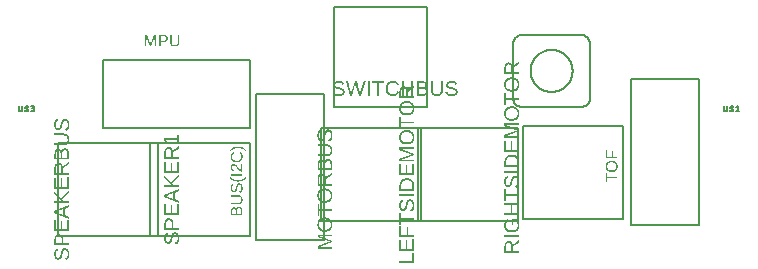
<source format=gbr>
G04 EAGLE Gerber RS-274X export*
G75*
%MOMM*%
%FSLAX34Y34*%
%LPD*%
%INSilkscreen Top*%
%IPPOS*%
%AMOC8*
5,1,8,0,0,1.08239X$1,22.5*%
G01*
G04 Define Apertures*
%ADD10C,0.152400*%
%ADD11C,0.127000*%
%ADD12C,0.203200*%
G36*
X208200Y21744D02*
X198482Y21744D01*
X198482Y25275D01*
X198491Y25690D01*
X198519Y26077D01*
X198565Y26438D01*
X198630Y26772D01*
X198713Y27079D01*
X198814Y27360D01*
X198934Y27614D01*
X199072Y27841D01*
X199229Y28041D01*
X199404Y28215D01*
X199597Y28362D01*
X199809Y28482D01*
X200039Y28576D01*
X200288Y28643D01*
X200555Y28683D01*
X200841Y28696D01*
X201052Y28689D01*
X201255Y28666D01*
X201449Y28628D01*
X201634Y28576D01*
X201811Y28508D01*
X201979Y28425D01*
X202138Y28327D01*
X202289Y28213D01*
X202430Y28087D01*
X202502Y28008D01*
X202558Y27947D01*
X202675Y27795D01*
X202779Y27631D01*
X202871Y27454D01*
X202951Y27264D01*
X203020Y27062D01*
X203076Y26848D01*
X203118Y27129D01*
X203176Y27394D01*
X203249Y27642D01*
X203339Y27874D01*
X203443Y28089D01*
X203564Y28287D01*
X203700Y28469D01*
X203770Y28545D01*
X203851Y28634D01*
X204016Y28781D01*
X204191Y28909D01*
X204377Y29017D01*
X204573Y29105D01*
X204780Y29174D01*
X204997Y29223D01*
X205224Y29252D01*
X205462Y29262D01*
X205777Y29247D01*
X206074Y29203D01*
X206353Y29129D01*
X206615Y29026D01*
X206858Y28893D01*
X207083Y28730D01*
X207290Y28538D01*
X207479Y28317D01*
X207648Y28069D01*
X207795Y27798D01*
X207918Y27504D01*
X208020Y27188D01*
X208099Y26848D01*
X208155Y26484D01*
X208189Y26098D01*
X208200Y25689D01*
X208200Y21744D01*
G37*
%LPC*%
G36*
X207145Y23061D02*
X207145Y25620D01*
X207138Y25912D01*
X207117Y26183D01*
X207082Y26433D01*
X207033Y26663D01*
X206970Y26873D01*
X206893Y27062D01*
X206802Y27231D01*
X206696Y27379D01*
X206578Y27508D01*
X206445Y27620D01*
X206298Y27715D01*
X206138Y27793D01*
X205964Y27853D01*
X205776Y27896D01*
X205574Y27922D01*
X205358Y27931D01*
X205151Y27921D01*
X204956Y27893D01*
X204775Y27846D01*
X204607Y27780D01*
X204453Y27695D01*
X204312Y27591D01*
X204185Y27469D01*
X204070Y27327D01*
X203970Y27167D01*
X203883Y26988D01*
X203809Y26790D01*
X203748Y26573D01*
X203702Y26337D01*
X203668Y26083D01*
X203648Y25809D01*
X203641Y25517D01*
X203641Y23061D01*
X207145Y23061D01*
G37*
G36*
X202613Y23061D02*
X202613Y25275D01*
X202607Y25531D01*
X202589Y25770D01*
X202558Y25992D01*
X202514Y26197D01*
X202459Y26386D01*
X202390Y26558D01*
X202310Y26713D01*
X202217Y26851D01*
X202111Y26973D01*
X201992Y27079D01*
X201860Y27169D01*
X201714Y27242D01*
X201555Y27299D01*
X201383Y27339D01*
X201198Y27364D01*
X201000Y27372D01*
X200810Y27364D01*
X200634Y27338D01*
X200473Y27296D01*
X200325Y27238D01*
X200192Y27162D01*
X200072Y27069D01*
X199967Y26960D01*
X199875Y26834D01*
X199796Y26692D01*
X199728Y26535D01*
X199622Y26175D01*
X199559Y25756D01*
X199537Y25275D01*
X199537Y23061D01*
X202613Y23061D01*
G37*
%LPD*%
G36*
X205869Y40821D02*
X205614Y42097D01*
X205825Y42159D01*
X206023Y42238D01*
X206205Y42332D01*
X206373Y42441D01*
X206527Y42566D01*
X206666Y42707D01*
X206790Y42863D01*
X206900Y43035D01*
X206996Y43222D01*
X207079Y43425D01*
X207150Y43645D01*
X207208Y43881D01*
X207253Y44133D01*
X207285Y44401D01*
X207304Y44686D01*
X207310Y44986D01*
X207303Y45296D01*
X207283Y45588D01*
X207249Y45861D01*
X207201Y46117D01*
X207139Y46354D01*
X207064Y46572D01*
X206975Y46773D01*
X206872Y46955D01*
X206756Y47118D01*
X206628Y47259D01*
X206486Y47378D01*
X206332Y47475D01*
X206165Y47551D01*
X205985Y47605D01*
X205792Y47638D01*
X205586Y47649D01*
X205359Y47635D01*
X205155Y47594D01*
X204973Y47526D01*
X204814Y47431D01*
X204672Y47312D01*
X204543Y47170D01*
X204427Y47007D01*
X204324Y46821D01*
X204146Y46390D01*
X204000Y45883D01*
X203717Y44676D01*
X203589Y44135D01*
X203462Y43663D01*
X203334Y43261D01*
X203207Y42928D01*
X203075Y42645D01*
X202937Y42394D01*
X202791Y42174D01*
X202638Y41986D01*
X202474Y41824D01*
X202297Y41682D01*
X202107Y41560D01*
X201903Y41459D01*
X201685Y41379D01*
X201451Y41321D01*
X201202Y41287D01*
X200938Y41276D01*
X200634Y41291D01*
X200349Y41335D01*
X200082Y41410D01*
X199832Y41515D01*
X199601Y41649D01*
X199387Y41813D01*
X199191Y42007D01*
X199013Y42231D01*
X198855Y42483D01*
X198718Y42760D01*
X198601Y43063D01*
X198506Y43392D01*
X198432Y43747D01*
X198380Y44127D01*
X198348Y44534D01*
X198337Y44966D01*
X198345Y45367D01*
X198369Y45745D01*
X198409Y46098D01*
X198464Y46426D01*
X198535Y46730D01*
X198623Y47010D01*
X198725Y47266D01*
X198844Y47497D01*
X198982Y47708D01*
X199142Y47902D01*
X199325Y48080D01*
X199530Y48242D01*
X199757Y48387D01*
X200006Y48516D01*
X200278Y48628D01*
X200572Y48725D01*
X200800Y47428D01*
X200613Y47368D01*
X200440Y47297D01*
X200280Y47213D01*
X200133Y47118D01*
X200000Y47010D01*
X199879Y46890D01*
X199773Y46758D01*
X199679Y46614D01*
X199597Y46457D01*
X199526Y46285D01*
X199418Y45898D01*
X199352Y45454D01*
X199331Y44952D01*
X199337Y44669D01*
X199355Y44404D01*
X199385Y44155D01*
X199427Y43924D01*
X199481Y43710D01*
X199548Y43514D01*
X199626Y43335D01*
X199717Y43172D01*
X199819Y43029D01*
X199934Y42904D01*
X200060Y42798D01*
X200198Y42712D01*
X200348Y42645D01*
X200509Y42597D01*
X200683Y42568D01*
X200869Y42559D01*
X201083Y42573D01*
X201278Y42618D01*
X201454Y42692D01*
X201610Y42797D01*
X201751Y42929D01*
X201881Y43087D01*
X201999Y43272D01*
X202107Y43483D01*
X202214Y43763D01*
X202333Y44154D01*
X202464Y44656D01*
X202607Y45269D01*
X202817Y46162D01*
X202934Y46598D01*
X203072Y47014D01*
X203233Y47408D01*
X203420Y47776D01*
X203643Y48108D01*
X203910Y48393D01*
X204061Y48517D01*
X204226Y48627D01*
X204403Y48723D01*
X204593Y48804D01*
X204798Y48869D01*
X205021Y48915D01*
X205260Y48943D01*
X205517Y48952D01*
X205844Y48936D01*
X206152Y48886D01*
X206440Y48804D01*
X206710Y48689D01*
X206961Y48541D01*
X207193Y48360D01*
X207406Y48147D01*
X207600Y47900D01*
X207773Y47624D01*
X207923Y47321D01*
X208050Y46991D01*
X208153Y46634D01*
X208234Y46250D01*
X208292Y45840D01*
X208326Y45402D01*
X208338Y44938D01*
X208328Y44506D01*
X208299Y44097D01*
X208251Y43711D01*
X208184Y43349D01*
X208097Y43010D01*
X207991Y42694D01*
X207865Y42402D01*
X207721Y42133D01*
X207557Y41887D01*
X207373Y41665D01*
X207171Y41466D01*
X206949Y41290D01*
X206708Y41138D01*
X206448Y41009D01*
X206168Y40903D01*
X205869Y40821D01*
G37*
G36*
X204669Y31081D02*
X198482Y31081D01*
X198482Y32399D01*
X204558Y32399D01*
X204881Y32409D01*
X205184Y32441D01*
X205467Y32494D01*
X205729Y32568D01*
X205972Y32663D01*
X206194Y32779D01*
X206397Y32916D01*
X206579Y33075D01*
X206741Y33253D01*
X206881Y33450D01*
X207000Y33666D01*
X207097Y33901D01*
X207172Y34154D01*
X207226Y34426D01*
X207258Y34717D01*
X207269Y35026D01*
X207258Y35345D01*
X207224Y35645D01*
X207169Y35927D01*
X207090Y36191D01*
X206990Y36437D01*
X206867Y36664D01*
X206722Y36873D01*
X206555Y37065D01*
X206366Y37235D01*
X206157Y37383D01*
X205927Y37508D01*
X205677Y37610D01*
X205406Y37690D01*
X205114Y37747D01*
X204802Y37781D01*
X204469Y37792D01*
X198482Y37792D01*
X198482Y39103D01*
X204545Y39103D01*
X204834Y39095D01*
X205114Y39071D01*
X205384Y39032D01*
X205643Y38978D01*
X205892Y38907D01*
X206131Y38821D01*
X206360Y38720D01*
X206579Y38603D01*
X206787Y38471D01*
X206982Y38327D01*
X207164Y38169D01*
X207334Y37999D01*
X207491Y37816D01*
X207635Y37620D01*
X207767Y37411D01*
X207886Y37189D01*
X207992Y36955D01*
X208084Y36711D01*
X208162Y36457D01*
X208225Y36193D01*
X208274Y35918D01*
X208310Y35634D01*
X208331Y35339D01*
X208338Y35033D01*
X208331Y34740D01*
X208311Y34456D01*
X208277Y34181D01*
X208229Y33916D01*
X208168Y33660D01*
X208094Y33414D01*
X208005Y33178D01*
X207903Y32950D01*
X207789Y32734D01*
X207662Y32531D01*
X207522Y32339D01*
X207371Y32161D01*
X207207Y31995D01*
X207031Y31841D01*
X206842Y31700D01*
X206641Y31571D01*
X206429Y31456D01*
X206208Y31357D01*
X205976Y31273D01*
X205734Y31204D01*
X205483Y31150D01*
X205221Y31112D01*
X204950Y31089D01*
X204669Y31081D01*
G37*
G36*
X203296Y66803D02*
X202731Y66822D01*
X202197Y66881D01*
X201695Y66979D01*
X201224Y67117D01*
X200784Y67293D01*
X200376Y67509D01*
X200000Y67764D01*
X199655Y68058D01*
X199346Y68387D01*
X199078Y68746D01*
X198852Y69135D01*
X198667Y69555D01*
X198523Y70004D01*
X198420Y70484D01*
X198358Y70994D01*
X198337Y71534D01*
X198347Y71914D01*
X198375Y72278D01*
X198423Y72626D01*
X198489Y72958D01*
X198574Y73274D01*
X198679Y73575D01*
X198802Y73859D01*
X198944Y74127D01*
X199105Y74379D01*
X199284Y74614D01*
X199482Y74831D01*
X199698Y75031D01*
X199932Y75214D01*
X200184Y75379D01*
X200455Y75527D01*
X200744Y75658D01*
X201158Y74410D01*
X200952Y74319D01*
X200759Y74215D01*
X200578Y74099D01*
X200410Y73970D01*
X200254Y73827D01*
X200111Y73672D01*
X199980Y73504D01*
X199862Y73324D01*
X199757Y73132D01*
X199665Y72932D01*
X199588Y72723D01*
X199525Y72506D01*
X199476Y72279D01*
X199441Y72044D01*
X199420Y71800D01*
X199413Y71548D01*
X199430Y71156D01*
X199478Y70786D01*
X199559Y70438D01*
X199673Y70113D01*
X199819Y69811D01*
X199997Y69530D01*
X200208Y69273D01*
X200451Y69037D01*
X200723Y68827D01*
X201018Y68645D01*
X201338Y68491D01*
X201682Y68365D01*
X202049Y68267D01*
X202441Y68197D01*
X202857Y68155D01*
X203296Y68141D01*
X203732Y68155D01*
X204146Y68199D01*
X204538Y68272D01*
X204908Y68374D01*
X205256Y68506D01*
X205582Y68666D01*
X205886Y68856D01*
X206169Y69075D01*
X206423Y69319D01*
X206644Y69584D01*
X206831Y69869D01*
X206984Y70174D01*
X207102Y70501D01*
X207187Y70848D01*
X207238Y71215D01*
X207255Y71603D01*
X207247Y71854D01*
X207224Y72098D01*
X207184Y72333D01*
X207129Y72560D01*
X207058Y72780D01*
X206971Y72992D01*
X206868Y73195D01*
X206750Y73391D01*
X206616Y73579D01*
X206466Y73759D01*
X206300Y73931D01*
X206118Y74095D01*
X205708Y74399D01*
X205234Y74672D01*
X205772Y75748D01*
X206077Y75590D01*
X206362Y75418D01*
X206629Y75230D01*
X206878Y75026D01*
X207107Y74808D01*
X207318Y74575D01*
X207510Y74326D01*
X207683Y74062D01*
X207836Y73785D01*
X207969Y73497D01*
X208082Y73198D01*
X208174Y72888D01*
X208246Y72568D01*
X208297Y72236D01*
X208328Y71894D01*
X208338Y71541D01*
X208328Y71180D01*
X208300Y70831D01*
X208252Y70495D01*
X208185Y70171D01*
X208100Y69860D01*
X207995Y69560D01*
X207871Y69274D01*
X207728Y68999D01*
X207567Y68739D01*
X207390Y68495D01*
X207196Y68267D01*
X206986Y68054D01*
X206760Y67858D01*
X206517Y67678D01*
X206258Y67513D01*
X205983Y67365D01*
X205692Y67233D01*
X205389Y67119D01*
X205073Y67022D01*
X204744Y66943D01*
X204401Y66882D01*
X204046Y66838D01*
X203678Y66811D01*
X203296Y66803D01*
G37*
G36*
X208200Y58952D02*
X207324Y58952D01*
X206932Y59138D01*
X206565Y59343D01*
X206220Y59567D01*
X205900Y59811D01*
X205312Y60331D01*
X204783Y60876D01*
X204301Y61432D01*
X203855Y61983D01*
X203427Y62505D01*
X203000Y62973D01*
X202783Y63183D01*
X202562Y63372D01*
X202335Y63540D01*
X202103Y63687D01*
X201861Y63806D01*
X201603Y63891D01*
X201330Y63942D01*
X201041Y63959D01*
X200847Y63952D01*
X200663Y63930D01*
X200491Y63893D01*
X200331Y63842D01*
X200181Y63776D01*
X200043Y63695D01*
X199915Y63600D01*
X199800Y63490D01*
X199696Y63367D01*
X199606Y63233D01*
X199531Y63087D01*
X199468Y62930D01*
X199420Y62761D01*
X199386Y62581D01*
X199365Y62390D01*
X199358Y62187D01*
X199365Y61993D01*
X199385Y61808D01*
X199419Y61631D01*
X199466Y61463D01*
X199526Y61304D01*
X199601Y61154D01*
X199789Y60880D01*
X199902Y60758D01*
X200026Y60649D01*
X200161Y60554D01*
X200307Y60472D01*
X200464Y60403D01*
X200632Y60348D01*
X200810Y60305D01*
X201000Y60276D01*
X200882Y59007D01*
X200598Y59053D01*
X200329Y59121D01*
X200075Y59211D01*
X199836Y59324D01*
X199611Y59458D01*
X199402Y59616D01*
X199207Y59795D01*
X199027Y59997D01*
X198865Y60217D01*
X198725Y60453D01*
X198607Y60704D01*
X198510Y60970D01*
X198434Y61252D01*
X198380Y61548D01*
X198348Y61860D01*
X198337Y62187D01*
X198348Y62543D01*
X198381Y62879D01*
X198435Y63193D01*
X198511Y63486D01*
X198608Y63758D01*
X198727Y64008D01*
X198868Y64237D01*
X199031Y64445D01*
X199213Y64631D01*
X199414Y64791D01*
X199632Y64927D01*
X199869Y65038D01*
X200125Y65124D01*
X200398Y65186D01*
X200690Y65223D01*
X201000Y65235D01*
X201282Y65219D01*
X201563Y65171D01*
X201844Y65090D01*
X202124Y64977D01*
X202403Y64831D01*
X202682Y64655D01*
X202962Y64447D01*
X203241Y64208D01*
X203559Y63894D01*
X203953Y63464D01*
X204972Y62256D01*
X205589Y61544D01*
X205873Y61248D01*
X206141Y60994D01*
X206399Y60775D01*
X206653Y60590D01*
X206901Y60437D01*
X207145Y60318D01*
X207145Y65387D01*
X208200Y65387D01*
X208200Y58952D01*
G37*
G36*
X211124Y76387D02*
X210760Y76700D01*
X210390Y76992D01*
X210016Y77261D01*
X209637Y77509D01*
X209253Y77736D01*
X208864Y77940D01*
X208471Y78123D01*
X208072Y78284D01*
X207667Y78424D01*
X207251Y78546D01*
X206825Y78649D01*
X206389Y78734D01*
X205943Y78799D01*
X205487Y78846D01*
X205021Y78874D01*
X204545Y78884D01*
X204069Y78874D01*
X203602Y78846D01*
X203146Y78799D01*
X202700Y78733D01*
X202263Y78648D01*
X201837Y78544D01*
X201420Y78422D01*
X201013Y78280D01*
X200614Y78119D01*
X200220Y77936D01*
X199831Y77731D01*
X199448Y77505D01*
X199069Y77258D01*
X198696Y76989D01*
X198328Y76699D01*
X197965Y76387D01*
X197965Y77587D01*
X198320Y77902D01*
X198680Y78196D01*
X199046Y78469D01*
X199418Y78720D01*
X199795Y78950D01*
X200178Y79158D01*
X200567Y79345D01*
X200962Y79511D01*
X201365Y79657D01*
X201781Y79783D01*
X202209Y79890D01*
X202649Y79977D01*
X203101Y80045D01*
X203565Y80093D01*
X204042Y80122D01*
X204531Y80132D01*
X204558Y80132D01*
X205050Y80122D01*
X205530Y80093D01*
X205996Y80044D01*
X206450Y79976D01*
X206891Y79888D01*
X207319Y79781D01*
X207735Y79654D01*
X208138Y79508D01*
X208532Y79341D01*
X208919Y79154D01*
X209301Y78945D01*
X209678Y78716D01*
X210048Y78465D01*
X210413Y78193D01*
X210771Y77901D01*
X211124Y77587D01*
X211124Y76387D01*
G37*
G36*
X204558Y50493D02*
X204531Y50493D01*
X204039Y50502D01*
X203560Y50532D01*
X203093Y50580D01*
X202639Y50649D01*
X202198Y50736D01*
X201770Y50844D01*
X201354Y50970D01*
X200951Y51117D01*
X200558Y51283D01*
X200170Y51471D01*
X199788Y51679D01*
X199412Y51909D01*
X199041Y52160D01*
X198677Y52431D01*
X198318Y52724D01*
X197965Y53038D01*
X197965Y54238D01*
X198326Y53926D01*
X198693Y53636D01*
X199066Y53367D01*
X199444Y53119D01*
X199828Y52894D01*
X200218Y52689D01*
X200613Y52506D01*
X201013Y52344D01*
X201422Y52203D01*
X201839Y52080D01*
X202266Y51977D01*
X202703Y51892D01*
X203149Y51826D01*
X203605Y51779D01*
X204070Y51750D01*
X204545Y51741D01*
X205018Y51750D01*
X205481Y51778D01*
X205935Y51825D01*
X206379Y51890D01*
X206814Y51974D01*
X207240Y52077D01*
X207656Y52198D01*
X208062Y52338D01*
X208461Y52498D01*
X208856Y52680D01*
X209246Y52884D01*
X209631Y53111D01*
X210012Y53359D01*
X210387Y53630D01*
X210758Y53923D01*
X211124Y54238D01*
X211124Y53038D01*
X210770Y52722D01*
X210409Y52428D01*
X210043Y52156D01*
X209672Y51905D01*
X209294Y51675D01*
X208911Y51466D01*
X208522Y51279D01*
X208128Y51113D01*
X207724Y50968D01*
X207308Y50842D01*
X206881Y50735D01*
X206440Y50648D01*
X205988Y50580D01*
X205524Y50531D01*
X205047Y50502D01*
X204558Y50493D01*
G37*
G36*
X208200Y55608D02*
X198482Y55608D01*
X198482Y56925D01*
X208200Y56925D01*
X208200Y55608D01*
G37*
G36*
X347253Y81921D02*
X346888Y81927D01*
X346533Y81946D01*
X346188Y81978D01*
X345853Y82022D01*
X345529Y82079D01*
X345214Y82149D01*
X344910Y82231D01*
X344615Y82326D01*
X344331Y82434D01*
X344057Y82554D01*
X343793Y82687D01*
X343539Y82833D01*
X343061Y83162D01*
X342624Y83541D01*
X342233Y83966D01*
X342057Y84194D01*
X341894Y84431D01*
X341744Y84678D01*
X341607Y84935D01*
X341483Y85202D01*
X341372Y85479D01*
X341275Y85766D01*
X341190Y86063D01*
X341118Y86370D01*
X341060Y86686D01*
X341014Y87013D01*
X340981Y87349D01*
X340962Y87696D01*
X340955Y88052D01*
X340967Y88515D01*
X341002Y88962D01*
X341061Y89394D01*
X341143Y89810D01*
X341248Y90211D01*
X341377Y90596D01*
X341529Y90965D01*
X341704Y91319D01*
X341902Y91655D01*
X342121Y91970D01*
X342361Y92265D01*
X342623Y92540D01*
X342905Y92794D01*
X343209Y93028D01*
X343534Y93241D01*
X343881Y93434D01*
X344246Y93606D01*
X344627Y93754D01*
X345024Y93880D01*
X345437Y93983D01*
X345867Y94063D01*
X346313Y94120D01*
X346775Y94154D01*
X347253Y94166D01*
X347729Y94154D01*
X348190Y94119D01*
X348637Y94062D01*
X349068Y93981D01*
X349484Y93876D01*
X349885Y93749D01*
X350271Y93599D01*
X350642Y93425D01*
X350995Y93230D01*
X351327Y93015D01*
X351638Y92780D01*
X351928Y92524D01*
X352196Y92249D01*
X352444Y91953D01*
X352670Y91637D01*
X352876Y91302D01*
X353058Y90948D01*
X353217Y90578D01*
X353351Y90193D01*
X353460Y89793D01*
X353546Y89377D01*
X353606Y88945D01*
X353643Y88498D01*
X353655Y88035D01*
X353643Y87568D01*
X353607Y87117D01*
X353547Y86682D01*
X353463Y86264D01*
X353354Y85862D01*
X353222Y85477D01*
X353065Y85108D01*
X352884Y84755D01*
X352681Y84420D01*
X352456Y84106D01*
X352210Y83812D01*
X351942Y83538D01*
X351652Y83285D01*
X351342Y83052D01*
X351009Y82840D01*
X350655Y82648D01*
X350283Y82478D01*
X349896Y82330D01*
X349493Y82205D01*
X349076Y82103D01*
X348643Y82023D01*
X348195Y81967D01*
X347731Y81933D01*
X347253Y81921D01*
G37*
%LPC*%
G36*
X347253Y83620D02*
X347818Y83639D01*
X348353Y83693D01*
X348859Y83785D01*
X349334Y83913D01*
X349779Y84077D01*
X350195Y84278D01*
X350580Y84516D01*
X350936Y84790D01*
X351255Y85096D01*
X351532Y85431D01*
X351766Y85794D01*
X351957Y86185D01*
X352106Y86605D01*
X352213Y87053D01*
X352276Y87530D01*
X352298Y88035D01*
X352277Y88553D01*
X352215Y89041D01*
X352112Y89498D01*
X351968Y89923D01*
X351783Y90318D01*
X351556Y90681D01*
X351288Y91013D01*
X350979Y91315D01*
X350633Y91583D01*
X350252Y91815D01*
X349838Y92011D01*
X349389Y92172D01*
X348906Y92297D01*
X348389Y92386D01*
X347838Y92440D01*
X347253Y92458D01*
X346692Y92440D01*
X346163Y92386D01*
X345664Y92296D01*
X345197Y92170D01*
X344760Y92008D01*
X344354Y91810D01*
X343979Y91576D01*
X343635Y91306D01*
X343328Y91003D01*
X343061Y90671D01*
X342835Y90308D01*
X342650Y89917D01*
X342506Y89495D01*
X342404Y89044D01*
X342342Y88563D01*
X342322Y88052D01*
X342342Y87537D01*
X342403Y87053D01*
X342504Y86598D01*
X342646Y86173D01*
X342828Y85779D01*
X343051Y85415D01*
X343314Y85081D01*
X343618Y84776D01*
X343958Y84505D01*
X344331Y84271D01*
X344737Y84072D01*
X345175Y83909D01*
X345645Y83783D01*
X346149Y83693D01*
X346684Y83638D01*
X347253Y83620D01*
G37*
%LPD*%
G36*
X347253Y106484D02*
X346888Y106490D01*
X346533Y106509D01*
X346188Y106541D01*
X345853Y106585D01*
X345529Y106642D01*
X345214Y106712D01*
X344910Y106794D01*
X344615Y106889D01*
X344331Y106996D01*
X344057Y107117D01*
X343793Y107250D01*
X343539Y107395D01*
X343061Y107724D01*
X342624Y108104D01*
X342233Y108529D01*
X342057Y108756D01*
X341894Y108994D01*
X341744Y109241D01*
X341607Y109498D01*
X341483Y109765D01*
X341372Y110042D01*
X341275Y110329D01*
X341190Y110625D01*
X341118Y110932D01*
X341060Y111249D01*
X341014Y111575D01*
X340981Y111912D01*
X340962Y112258D01*
X340955Y112615D01*
X340967Y113078D01*
X341002Y113525D01*
X341061Y113957D01*
X341143Y114373D01*
X341248Y114773D01*
X341377Y115158D01*
X341529Y115528D01*
X341704Y115882D01*
X341902Y116217D01*
X342121Y116533D01*
X342361Y116828D01*
X342623Y117102D01*
X342905Y117356D01*
X343209Y117590D01*
X343534Y117804D01*
X343881Y117997D01*
X344246Y118168D01*
X344627Y118317D01*
X345024Y118442D01*
X345437Y118545D01*
X345867Y118625D01*
X346313Y118682D01*
X346775Y118717D01*
X347253Y118728D01*
X347729Y118717D01*
X348190Y118682D01*
X348637Y118624D01*
X349068Y118543D01*
X349484Y118439D01*
X349885Y118312D01*
X350271Y118161D01*
X350642Y117988D01*
X350995Y117793D01*
X351327Y117578D01*
X351638Y117342D01*
X351928Y117087D01*
X352196Y116811D01*
X352444Y116516D01*
X352670Y116200D01*
X352876Y115864D01*
X353058Y115510D01*
X353217Y115141D01*
X353351Y114756D01*
X353460Y114355D01*
X353546Y113939D01*
X353606Y113507D01*
X353643Y113060D01*
X353655Y112597D01*
X353643Y112130D01*
X353607Y111679D01*
X353547Y111245D01*
X353463Y110827D01*
X353354Y110425D01*
X353222Y110039D01*
X353065Y109670D01*
X352884Y109317D01*
X352681Y108982D01*
X352456Y108668D01*
X352210Y108374D01*
X351942Y108101D01*
X351652Y107848D01*
X351342Y107615D01*
X351009Y107403D01*
X350655Y107211D01*
X350283Y107040D01*
X349896Y106893D01*
X349493Y106768D01*
X349076Y106665D01*
X348643Y106586D01*
X348195Y106529D01*
X347731Y106495D01*
X347253Y106484D01*
G37*
%LPC*%
G36*
X347253Y108183D02*
X347818Y108201D01*
X348353Y108256D01*
X348859Y108347D01*
X349334Y108475D01*
X349779Y108640D01*
X350195Y108841D01*
X350580Y109078D01*
X350936Y109352D01*
X351255Y109659D01*
X351532Y109993D01*
X351766Y110356D01*
X351957Y110748D01*
X352106Y111168D01*
X352213Y111616D01*
X352276Y112092D01*
X352298Y112597D01*
X352277Y113116D01*
X352215Y113604D01*
X352112Y114060D01*
X351968Y114486D01*
X351783Y114880D01*
X351556Y115244D01*
X351288Y115576D01*
X350979Y115877D01*
X350633Y116145D01*
X350252Y116377D01*
X349838Y116574D01*
X349389Y116734D01*
X348906Y116859D01*
X348389Y116949D01*
X347838Y117002D01*
X347253Y117020D01*
X346692Y117002D01*
X346163Y116948D01*
X345664Y116858D01*
X345197Y116732D01*
X344760Y116570D01*
X344354Y116372D01*
X343979Y116138D01*
X343635Y115868D01*
X343328Y115566D01*
X343061Y115233D01*
X342835Y114871D01*
X342650Y114479D01*
X342506Y114058D01*
X342404Y113606D01*
X342342Y113125D01*
X342322Y112615D01*
X342342Y112100D01*
X342403Y111615D01*
X342504Y111160D01*
X342646Y110736D01*
X342828Y110342D01*
X343051Y109977D01*
X343314Y109643D01*
X343618Y109339D01*
X343958Y109068D01*
X344331Y108833D01*
X344737Y108634D01*
X345175Y108472D01*
X345645Y108345D01*
X346149Y108255D01*
X346684Y108201D01*
X347253Y108183D01*
G37*
%LPD*%
G36*
X353480Y42668D02*
X341139Y42668D01*
X341139Y46749D01*
X341145Y47136D01*
X341164Y47511D01*
X341195Y47875D01*
X341238Y48228D01*
X341293Y48569D01*
X341360Y48900D01*
X341440Y49219D01*
X341532Y49527D01*
X341637Y49824D01*
X341753Y50110D01*
X341882Y50384D01*
X342024Y50647D01*
X342177Y50899D01*
X342343Y51140D01*
X342521Y51370D01*
X342711Y51589D01*
X342913Y51795D01*
X343125Y51988D01*
X343348Y52168D01*
X343580Y52334D01*
X343824Y52487D01*
X344077Y52627D01*
X344341Y52753D01*
X344615Y52866D01*
X344900Y52966D01*
X345195Y53053D01*
X345500Y53126D01*
X345816Y53186D01*
X346142Y53232D01*
X346479Y53265D01*
X346825Y53285D01*
X347183Y53292D01*
X347653Y53280D01*
X348107Y53246D01*
X348548Y53187D01*
X348973Y53106D01*
X349383Y53001D01*
X349778Y52873D01*
X350159Y52722D01*
X350524Y52548D01*
X350872Y52352D01*
X351198Y52137D01*
X351504Y51902D01*
X351789Y51648D01*
X352052Y51374D01*
X352295Y51081D01*
X352517Y50769D01*
X352718Y50437D01*
X352897Y50089D01*
X353051Y49727D01*
X353182Y49353D01*
X353290Y48965D01*
X353373Y48565D01*
X353432Y48151D01*
X353468Y47724D01*
X353480Y47284D01*
X353480Y42668D01*
G37*
%LPC*%
G36*
X352140Y44341D02*
X352140Y47091D01*
X352131Y47425D01*
X352103Y47749D01*
X352056Y48063D01*
X351991Y48367D01*
X351907Y48660D01*
X351805Y48943D01*
X351684Y49215D01*
X351544Y49478D01*
X351387Y49728D01*
X351214Y49962D01*
X351024Y50182D01*
X350817Y50388D01*
X350595Y50578D01*
X350355Y50753D01*
X350100Y50913D01*
X349828Y51059D01*
X349541Y51188D01*
X349242Y51300D01*
X348930Y51395D01*
X348606Y51473D01*
X348269Y51533D01*
X347919Y51576D01*
X347557Y51602D01*
X347183Y51610D01*
X346626Y51591D01*
X346103Y51532D01*
X345615Y51434D01*
X345161Y51296D01*
X344740Y51120D01*
X344354Y50903D01*
X344002Y50648D01*
X343684Y50354D01*
X343401Y50022D01*
X343157Y49655D01*
X342950Y49253D01*
X342780Y48815D01*
X342649Y48343D01*
X342555Y47835D01*
X342498Y47292D01*
X342479Y46714D01*
X342479Y44341D01*
X352140Y44341D01*
G37*
%LPD*%
G36*
X353480Y121074D02*
X341139Y121074D01*
X341139Y126881D01*
X341154Y127387D01*
X341198Y127864D01*
X341270Y128311D01*
X341372Y128728D01*
X341504Y129116D01*
X341664Y129473D01*
X341853Y129802D01*
X342072Y130100D01*
X342317Y130366D01*
X342584Y130596D01*
X342874Y130791D01*
X343188Y130951D01*
X343524Y131075D01*
X343883Y131163D01*
X344264Y131216D01*
X344669Y131234D01*
X345006Y131222D01*
X345329Y131184D01*
X345639Y131121D01*
X345935Y131034D01*
X346217Y130921D01*
X346485Y130783D01*
X346740Y130621D01*
X346981Y130433D01*
X347205Y130223D01*
X347407Y129994D01*
X347587Y129746D01*
X347653Y129635D01*
X347745Y129479D01*
X347882Y129193D01*
X347998Y128888D01*
X348091Y128564D01*
X348164Y128221D01*
X350427Y129713D01*
X353480Y131725D01*
X353480Y129798D01*
X348356Y126592D01*
X348356Y122747D01*
X353480Y122747D01*
X353480Y121074D01*
G37*
%LPC*%
G36*
X347034Y122747D02*
X347034Y126785D01*
X347024Y127106D01*
X346995Y127409D01*
X346947Y127692D01*
X346879Y127957D01*
X346793Y128204D01*
X346686Y128431D01*
X346561Y128640D01*
X346416Y128830D01*
X346254Y128999D01*
X346077Y129146D01*
X345884Y129270D01*
X345675Y129372D01*
X345451Y129451D01*
X345212Y129507D01*
X344957Y129541D01*
X344686Y129553D01*
X344425Y129541D01*
X344180Y129507D01*
X343951Y129450D01*
X343737Y129370D01*
X343540Y129267D01*
X343359Y129141D01*
X343193Y128993D01*
X343044Y128821D01*
X342912Y128628D01*
X342797Y128415D01*
X342700Y128182D01*
X342621Y127929D01*
X342559Y127656D01*
X342515Y127362D01*
X342488Y127048D01*
X342479Y126715D01*
X342479Y122747D01*
X347034Y122747D01*
G37*
%LPD*%
G36*
X353480Y67574D02*
X341139Y67574D01*
X341139Y69773D01*
X349696Y73057D01*
X350232Y73229D01*
X350804Y73394D01*
X351658Y73609D01*
X351217Y73717D01*
X350594Y73902D01*
X350013Y74090D01*
X349696Y74204D01*
X341139Y77428D01*
X341139Y79573D01*
X353480Y79573D01*
X353480Y78067D01*
X345247Y78067D01*
X343907Y78087D01*
X342619Y78146D01*
X344016Y77739D01*
X344587Y77551D01*
X345072Y77375D01*
X353480Y74187D01*
X353480Y73013D01*
X345072Y69781D01*
X343583Y69291D01*
X342619Y69002D01*
X343592Y69028D01*
X345247Y69063D01*
X353480Y69063D01*
X353480Y67574D01*
G37*
G36*
X353480Y-8145D02*
X341139Y-8145D01*
X341139Y1218D01*
X342506Y1218D01*
X342506Y-6472D01*
X346464Y-6472D01*
X346464Y693D01*
X347813Y693D01*
X347813Y-6472D01*
X352114Y-6472D01*
X352114Y1577D01*
X353480Y1577D01*
X353480Y-8145D01*
G37*
G36*
X353480Y55637D02*
X341139Y55637D01*
X341139Y65000D01*
X342506Y65000D01*
X342506Y57310D01*
X346464Y57310D01*
X346464Y64474D01*
X347813Y64474D01*
X347813Y57310D01*
X352114Y57310D01*
X352114Y65359D01*
X353480Y65359D01*
X353480Y55637D01*
G37*
G36*
X350520Y25074D02*
X350196Y26694D01*
X350464Y26774D01*
X350715Y26873D01*
X350947Y26993D01*
X351160Y27132D01*
X351355Y27291D01*
X351532Y27469D01*
X351690Y27667D01*
X351829Y27885D01*
X351951Y28123D01*
X352057Y28382D01*
X352147Y28661D01*
X352220Y28960D01*
X352277Y29280D01*
X352318Y29621D01*
X352342Y29982D01*
X352350Y30364D01*
X352341Y30757D01*
X352315Y31128D01*
X352272Y31475D01*
X352211Y31799D01*
X352133Y32100D01*
X352037Y32378D01*
X351924Y32633D01*
X351794Y32864D01*
X351647Y33071D01*
X351483Y33249D01*
X351304Y33401D01*
X351108Y33525D01*
X350895Y33621D01*
X350667Y33690D01*
X350422Y33731D01*
X350161Y33745D01*
X349873Y33727D01*
X349613Y33676D01*
X349382Y33589D01*
X349180Y33469D01*
X348999Y33317D01*
X348836Y33137D01*
X348689Y32929D01*
X348558Y32694D01*
X348440Y32432D01*
X348332Y32146D01*
X348234Y31836D01*
X348146Y31502D01*
X347787Y29970D01*
X347625Y29282D01*
X347463Y28683D01*
X347301Y28172D01*
X347139Y27749D01*
X346972Y27391D01*
X346796Y27072D01*
X346611Y26793D01*
X346416Y26554D01*
X346209Y26348D01*
X345984Y26167D01*
X345742Y26013D01*
X345483Y25884D01*
X345206Y25782D01*
X344910Y25710D01*
X344593Y25666D01*
X344257Y25652D01*
X343872Y25671D01*
X343510Y25727D01*
X343171Y25822D01*
X342854Y25955D01*
X342560Y26126D01*
X342288Y26334D01*
X342040Y26580D01*
X341814Y26865D01*
X341612Y27184D01*
X341438Y27537D01*
X341291Y27922D01*
X341170Y28339D01*
X341076Y28790D01*
X341009Y29273D01*
X340969Y29789D01*
X340955Y30337D01*
X340965Y30848D01*
X340996Y31327D01*
X341046Y31775D01*
X341116Y32192D01*
X341207Y32578D01*
X341317Y32934D01*
X341448Y33258D01*
X341599Y33552D01*
X341774Y33820D01*
X341978Y34066D01*
X342209Y34293D01*
X342469Y34498D01*
X342758Y34682D01*
X343075Y34846D01*
X343420Y34989D01*
X343793Y35111D01*
X344082Y33464D01*
X343845Y33389D01*
X343625Y33298D01*
X343422Y33192D01*
X343236Y33070D01*
X343066Y32933D01*
X342914Y32781D01*
X342778Y32614D01*
X342659Y32431D01*
X342555Y32231D01*
X342465Y32013D01*
X342389Y31777D01*
X342327Y31522D01*
X342279Y31249D01*
X342244Y30958D01*
X342223Y30648D01*
X342217Y30320D01*
X342224Y29961D01*
X342247Y29624D01*
X342286Y29308D01*
X342339Y29015D01*
X342408Y28743D01*
X342492Y28494D01*
X342592Y28266D01*
X342707Y28060D01*
X342837Y27878D01*
X342982Y27719D01*
X343143Y27585D01*
X343318Y27476D01*
X343508Y27390D01*
X343714Y27329D01*
X343934Y27293D01*
X344170Y27281D01*
X344442Y27300D01*
X344690Y27356D01*
X344913Y27451D01*
X345111Y27583D01*
X345290Y27751D01*
X345455Y27952D01*
X345606Y28186D01*
X345742Y28454D01*
X345878Y28810D01*
X346030Y29306D01*
X346196Y29944D01*
X346377Y30723D01*
X346644Y31857D01*
X346793Y32410D01*
X346968Y32939D01*
X347173Y33439D01*
X347410Y33907D01*
X347544Y34125D01*
X347693Y34328D01*
X347855Y34517D01*
X348032Y34690D01*
X348224Y34848D01*
X348433Y34987D01*
X348658Y35108D01*
X348899Y35212D01*
X349160Y35294D01*
X349442Y35353D01*
X349747Y35388D01*
X350073Y35400D01*
X350488Y35379D01*
X350879Y35316D01*
X351246Y35212D01*
X351588Y35066D01*
X351907Y34878D01*
X352201Y34649D01*
X352472Y34377D01*
X352718Y34064D01*
X352938Y33713D01*
X353128Y33328D01*
X353289Y32909D01*
X353421Y32456D01*
X353523Y31969D01*
X353597Y31447D01*
X353641Y30892D01*
X353655Y30302D01*
X353643Y29753D01*
X353606Y29234D01*
X353545Y28744D01*
X353459Y28284D01*
X353349Y27854D01*
X353214Y27453D01*
X353055Y27082D01*
X352871Y26740D01*
X352663Y26428D01*
X352430Y26146D01*
X352173Y25893D01*
X351891Y25670D01*
X351585Y25476D01*
X351255Y25312D01*
X350899Y25178D01*
X350520Y25074D01*
G37*
G36*
X353480Y3824D02*
X341139Y3824D01*
X341139Y12592D01*
X342506Y12592D01*
X342506Y5497D01*
X347095Y5497D01*
X347095Y12381D01*
X348479Y12381D01*
X348479Y5497D01*
X353480Y5497D01*
X353480Y3824D01*
G37*
G36*
X342506Y13693D02*
X341139Y13693D01*
X341139Y23836D01*
X342506Y23836D01*
X342506Y19596D01*
X353480Y19596D01*
X353480Y17932D01*
X342506Y17932D01*
X342506Y13693D01*
G37*
G36*
X342506Y95412D02*
X341139Y95412D01*
X341139Y105554D01*
X342506Y105554D01*
X342506Y101315D01*
X353480Y101315D01*
X353480Y99651D01*
X342506Y99651D01*
X342506Y95412D01*
G37*
G36*
X353480Y-18113D02*
X341139Y-18113D01*
X341139Y-16440D01*
X352114Y-16440D01*
X352114Y-10204D01*
X353480Y-10204D01*
X353480Y-18113D01*
G37*
G36*
X353480Y37883D02*
X341139Y37883D01*
X341139Y39556D01*
X353480Y39556D01*
X353480Y37883D01*
G37*
G36*
X277937Y7920D02*
X277572Y7927D01*
X277217Y7946D01*
X276872Y7977D01*
X276537Y8022D01*
X276213Y8079D01*
X275898Y8148D01*
X275594Y8231D01*
X275299Y8325D01*
X275015Y8433D01*
X274741Y8553D01*
X274477Y8686D01*
X274223Y8832D01*
X273745Y9161D01*
X273308Y9541D01*
X272917Y9966D01*
X272741Y10193D01*
X272578Y10430D01*
X272428Y10677D01*
X272291Y10935D01*
X272167Y11202D01*
X272056Y11479D01*
X271959Y11765D01*
X271874Y12062D01*
X271802Y12369D01*
X271744Y12686D01*
X271698Y13012D01*
X271665Y13349D01*
X271646Y13695D01*
X271639Y14051D01*
X271651Y14514D01*
X271686Y14962D01*
X271745Y15393D01*
X271827Y15810D01*
X271932Y16210D01*
X272061Y16595D01*
X272213Y16965D01*
X272388Y17318D01*
X272586Y17654D01*
X272805Y17969D01*
X273045Y18264D01*
X273307Y18539D01*
X273589Y18793D01*
X273893Y19027D01*
X274218Y19240D01*
X274565Y19433D01*
X274930Y19605D01*
X275311Y19753D01*
X275708Y19879D01*
X276121Y19982D01*
X276551Y20062D01*
X276997Y20119D01*
X277459Y20153D01*
X277937Y20165D01*
X278413Y20153D01*
X278874Y20119D01*
X279321Y20061D01*
X279752Y19980D01*
X280168Y19876D01*
X280569Y19749D01*
X280955Y19598D01*
X281326Y19425D01*
X281679Y19230D01*
X282011Y19014D01*
X282322Y18779D01*
X282612Y18524D01*
X282880Y18248D01*
X283128Y17952D01*
X283354Y17637D01*
X283560Y17301D01*
X283742Y16947D01*
X283901Y16578D01*
X284035Y16193D01*
X284144Y15792D01*
X284230Y15376D01*
X284290Y14944D01*
X284327Y14497D01*
X284339Y14034D01*
X284327Y13567D01*
X284291Y13116D01*
X284231Y12682D01*
X284147Y12264D01*
X284038Y11862D01*
X283906Y11476D01*
X283749Y11107D01*
X283568Y10754D01*
X283365Y10419D01*
X283140Y10105D01*
X282894Y9811D01*
X282626Y9537D01*
X282336Y9284D01*
X282026Y9052D01*
X281693Y8839D01*
X281339Y8647D01*
X280967Y8477D01*
X280580Y8329D01*
X280177Y8204D01*
X279760Y8102D01*
X279327Y8023D01*
X278879Y7966D01*
X278415Y7932D01*
X277937Y7920D01*
G37*
%LPC*%
G36*
X277937Y9620D02*
X278502Y9638D01*
X279037Y9693D01*
X279543Y9784D01*
X280018Y9912D01*
X280463Y10076D01*
X280879Y10277D01*
X281264Y10515D01*
X281620Y10789D01*
X281939Y11095D01*
X282216Y11430D01*
X282450Y11793D01*
X282641Y12185D01*
X282790Y12604D01*
X282897Y13053D01*
X282960Y13529D01*
X282982Y14034D01*
X282961Y14553D01*
X282899Y15040D01*
X282796Y15497D01*
X282652Y15922D01*
X282467Y16317D01*
X282240Y16680D01*
X281972Y17013D01*
X281663Y17314D01*
X281317Y17582D01*
X280936Y17814D01*
X280522Y18010D01*
X280073Y18171D01*
X279590Y18296D01*
X279073Y18385D01*
X278522Y18439D01*
X277937Y18457D01*
X277376Y18439D01*
X276847Y18385D01*
X276348Y18295D01*
X275881Y18169D01*
X275444Y18007D01*
X275038Y17809D01*
X274663Y17575D01*
X274319Y17305D01*
X274012Y17002D01*
X273745Y16670D01*
X273519Y16308D01*
X273334Y15916D01*
X273190Y15494D01*
X273088Y15043D01*
X273026Y14562D01*
X273006Y14051D01*
X273026Y13537D01*
X273087Y13052D01*
X273188Y12597D01*
X273330Y12173D01*
X273512Y11778D01*
X273735Y11414D01*
X273998Y11080D01*
X274302Y10776D01*
X274642Y10505D01*
X275015Y10270D01*
X275421Y10071D01*
X275859Y9909D01*
X276329Y9782D01*
X276833Y9692D01*
X277368Y9638D01*
X277937Y9620D01*
G37*
%LPD*%
G36*
X277937Y32483D02*
X277572Y32489D01*
X277217Y32508D01*
X276872Y32540D01*
X276537Y32584D01*
X276213Y32641D01*
X275898Y32711D01*
X275594Y32793D01*
X275299Y32888D01*
X275015Y32996D01*
X274741Y33116D01*
X274477Y33249D01*
X274223Y33394D01*
X273745Y33723D01*
X273308Y34103D01*
X272917Y34528D01*
X272741Y34755D01*
X272578Y34993D01*
X272428Y35240D01*
X272291Y35497D01*
X272167Y35764D01*
X272056Y36041D01*
X271959Y36328D01*
X271874Y36625D01*
X271802Y36931D01*
X271744Y37248D01*
X271698Y37575D01*
X271665Y37911D01*
X271646Y38258D01*
X271639Y38614D01*
X271651Y39077D01*
X271686Y39524D01*
X271745Y39956D01*
X271827Y40372D01*
X271932Y40773D01*
X272061Y41158D01*
X272213Y41527D01*
X272388Y41881D01*
X272586Y42217D01*
X272805Y42532D01*
X273045Y42827D01*
X273307Y43102D01*
X273589Y43356D01*
X273893Y43590D01*
X274218Y43803D01*
X274565Y43996D01*
X274930Y44167D01*
X275311Y44316D01*
X275708Y44442D01*
X276121Y44544D01*
X276551Y44624D01*
X276997Y44682D01*
X277459Y44716D01*
X277937Y44727D01*
X278413Y44716D01*
X278874Y44681D01*
X279321Y44623D01*
X279752Y44542D01*
X280168Y44438D01*
X280569Y44311D01*
X280955Y44161D01*
X281326Y43987D01*
X281679Y43792D01*
X282011Y43577D01*
X282322Y43342D01*
X282612Y43086D01*
X282880Y42811D01*
X283128Y42515D01*
X283354Y42199D01*
X283560Y41863D01*
X283742Y41509D01*
X283901Y41140D01*
X284035Y40755D01*
X284144Y40355D01*
X284230Y39938D01*
X284290Y39507D01*
X284327Y39059D01*
X284339Y38596D01*
X284327Y38129D01*
X284291Y37679D01*
X284231Y37244D01*
X284147Y36826D01*
X284038Y36424D01*
X283906Y36039D01*
X283749Y35669D01*
X283568Y35316D01*
X283365Y34982D01*
X283140Y34667D01*
X282894Y34373D01*
X282626Y34100D01*
X282336Y33847D01*
X282026Y33614D01*
X281693Y33402D01*
X281339Y33210D01*
X280967Y33039D01*
X280580Y32892D01*
X280177Y32767D01*
X279760Y32665D01*
X279327Y32585D01*
X278879Y32528D01*
X278415Y32494D01*
X277937Y32483D01*
G37*
%LPC*%
G36*
X277937Y34182D02*
X278502Y34200D01*
X279037Y34255D01*
X279543Y34346D01*
X280018Y34474D01*
X280463Y34639D01*
X280879Y34840D01*
X281264Y35077D01*
X281620Y35351D01*
X281939Y35658D01*
X282216Y35993D01*
X282450Y36356D01*
X282641Y36747D01*
X282790Y37167D01*
X282897Y37615D01*
X282960Y38092D01*
X282982Y38596D01*
X282961Y39115D01*
X282899Y39603D01*
X282796Y40059D01*
X282652Y40485D01*
X282467Y40879D01*
X282240Y41243D01*
X281972Y41575D01*
X281663Y41876D01*
X281317Y42144D01*
X280936Y42376D01*
X280522Y42573D01*
X280073Y42734D01*
X279590Y42859D01*
X279073Y42948D01*
X278522Y43002D01*
X277937Y43019D01*
X277376Y43001D01*
X276847Y42947D01*
X276348Y42857D01*
X275881Y42731D01*
X275444Y42569D01*
X275038Y42372D01*
X274663Y42138D01*
X274319Y41868D01*
X274012Y41565D01*
X273745Y41232D01*
X273519Y40870D01*
X273334Y40478D01*
X273190Y40057D01*
X273088Y39605D01*
X273026Y39125D01*
X273006Y38614D01*
X273026Y38099D01*
X273087Y37614D01*
X273188Y37160D01*
X273330Y36735D01*
X273512Y36341D01*
X273735Y35976D01*
X273998Y35642D01*
X274302Y35338D01*
X274642Y35067D01*
X275015Y34832D01*
X275421Y34634D01*
X275859Y34471D01*
X276329Y34345D01*
X276833Y34254D01*
X277368Y34200D01*
X277937Y34182D01*
G37*
%LPD*%
G36*
X284164Y60011D02*
X271823Y60011D01*
X271823Y64495D01*
X271835Y65021D01*
X271870Y65514D01*
X271929Y65972D01*
X272010Y66396D01*
X272116Y66786D01*
X272244Y67143D01*
X272397Y67465D01*
X272572Y67754D01*
X272771Y68008D01*
X272993Y68229D01*
X273239Y68415D01*
X273508Y68568D01*
X273801Y68687D01*
X274117Y68772D01*
X274456Y68823D01*
X274819Y68840D01*
X275087Y68830D01*
X275344Y68801D01*
X275591Y68753D01*
X275826Y68686D01*
X276050Y68600D01*
X276264Y68495D01*
X276466Y68370D01*
X276658Y68226D01*
X276836Y68065D01*
X276928Y67966D01*
X277000Y67888D01*
X277147Y67695D01*
X277280Y67486D01*
X277397Y67262D01*
X277499Y67021D01*
X277585Y66765D01*
X277656Y66492D01*
X277710Y66850D01*
X277784Y67186D01*
X277877Y67501D01*
X277990Y67795D01*
X278123Y68068D01*
X278276Y68320D01*
X278449Y68551D01*
X278538Y68648D01*
X278642Y68761D01*
X278851Y68948D01*
X279073Y69109D01*
X279309Y69246D01*
X279558Y69359D01*
X279820Y69446D01*
X280096Y69508D01*
X280385Y69545D01*
X280687Y69558D01*
X281087Y69539D01*
X281464Y69483D01*
X281819Y69389D01*
X282151Y69258D01*
X282459Y69089D01*
X282745Y68883D01*
X283009Y68639D01*
X283249Y68358D01*
X283463Y68043D01*
X283649Y67699D01*
X283807Y67326D01*
X283935Y66924D01*
X284035Y66492D01*
X284107Y66031D01*
X284150Y65540D01*
X284164Y65021D01*
X284164Y60011D01*
G37*
%LPC*%
G36*
X282824Y61684D02*
X282824Y64933D01*
X282815Y65303D01*
X282788Y65648D01*
X282744Y65966D01*
X282682Y66258D01*
X282602Y66524D01*
X282504Y66764D01*
X282388Y66979D01*
X282255Y67167D01*
X282104Y67331D01*
X281935Y67473D01*
X281749Y67594D01*
X281545Y67692D01*
X281324Y67769D01*
X281085Y67824D01*
X280829Y67856D01*
X280556Y67867D01*
X280291Y67855D01*
X280044Y67819D01*
X279814Y67760D01*
X279601Y67676D01*
X279405Y67568D01*
X279227Y67436D01*
X279065Y67281D01*
X278920Y67101D01*
X278792Y66897D01*
X278681Y66670D01*
X278588Y66418D01*
X278511Y66143D01*
X278451Y65844D01*
X278409Y65520D01*
X278383Y65173D01*
X278375Y64802D01*
X278375Y61684D01*
X282824Y61684D01*
G37*
G36*
X277070Y61684D02*
X277070Y64495D01*
X277062Y64820D01*
X277038Y65123D01*
X276999Y65405D01*
X276944Y65666D01*
X276873Y65905D01*
X276786Y66124D01*
X276684Y66321D01*
X276566Y66497D01*
X276432Y66652D01*
X276281Y66786D01*
X276113Y66900D01*
X275928Y66993D01*
X275726Y67065D01*
X275508Y67117D01*
X275272Y67148D01*
X275020Y67158D01*
X274779Y67147D01*
X274556Y67115D01*
X274351Y67062D01*
X274164Y66987D01*
X273994Y66891D01*
X273843Y66774D01*
X273709Y66635D01*
X273592Y66475D01*
X273492Y66294D01*
X273405Y66095D01*
X273331Y65876D01*
X273271Y65638D01*
X273224Y65381D01*
X273190Y65105D01*
X273170Y64810D01*
X273163Y64495D01*
X273163Y61684D01*
X277070Y61684D01*
G37*
%LPD*%
G36*
X284164Y47073D02*
X271823Y47073D01*
X271823Y52880D01*
X271838Y53387D01*
X271882Y53863D01*
X271954Y54310D01*
X272056Y54727D01*
X272188Y55115D01*
X272348Y55473D01*
X272537Y55801D01*
X272756Y56099D01*
X273001Y56365D01*
X273268Y56595D01*
X273558Y56790D01*
X273872Y56950D01*
X274208Y57074D01*
X274567Y57162D01*
X274948Y57216D01*
X275353Y57233D01*
X275690Y57221D01*
X276013Y57183D01*
X276323Y57121D01*
X276619Y57033D01*
X276901Y56920D01*
X277169Y56783D01*
X277424Y56620D01*
X277665Y56432D01*
X277889Y56222D01*
X278091Y55993D01*
X278271Y55745D01*
X278337Y55634D01*
X278429Y55478D01*
X278566Y55192D01*
X278682Y54887D01*
X278775Y54563D01*
X278848Y54220D01*
X281111Y55712D01*
X284164Y57724D01*
X284164Y55797D01*
X279040Y52591D01*
X279040Y48746D01*
X284164Y48746D01*
X284164Y47073D01*
G37*
%LPC*%
G36*
X277718Y48746D02*
X277718Y52784D01*
X277708Y53105D01*
X277679Y53408D01*
X277631Y53692D01*
X277563Y53957D01*
X277477Y54203D01*
X277370Y54430D01*
X277245Y54639D01*
X277100Y54829D01*
X276938Y54999D01*
X276761Y55145D01*
X276568Y55269D01*
X276359Y55371D01*
X276135Y55450D01*
X275896Y55507D01*
X275641Y55540D01*
X275370Y55552D01*
X275109Y55540D01*
X274864Y55506D01*
X274635Y55449D01*
X274421Y55369D01*
X274224Y55266D01*
X274043Y55140D01*
X273877Y54992D01*
X273728Y54820D01*
X273596Y54628D01*
X273481Y54414D01*
X273384Y54181D01*
X273305Y53928D01*
X273243Y53655D01*
X273199Y53361D01*
X273172Y53048D01*
X273163Y52714D01*
X273163Y48746D01*
X277718Y48746D01*
G37*
%LPD*%
G36*
X284164Y-6395D02*
X271823Y-6395D01*
X271823Y-4197D01*
X280380Y-912D01*
X280916Y-741D01*
X281488Y-575D01*
X282342Y-361D01*
X281901Y-252D01*
X281278Y-67D01*
X280697Y120D01*
X280380Y235D01*
X271823Y3458D01*
X271823Y5604D01*
X284164Y5604D01*
X284164Y4097D01*
X275931Y4097D01*
X274591Y4117D01*
X273303Y4176D01*
X274700Y3769D01*
X275271Y3582D01*
X275756Y3406D01*
X284164Y217D01*
X284164Y-956D01*
X275756Y-4188D01*
X274267Y-4679D01*
X273303Y-4968D01*
X274276Y-4941D01*
X275931Y-4906D01*
X284164Y-4906D01*
X284164Y-6395D01*
G37*
G36*
X281204Y84292D02*
X280880Y85912D01*
X281148Y85992D01*
X281399Y86091D01*
X281631Y86211D01*
X281844Y86350D01*
X282039Y86509D01*
X282216Y86687D01*
X282374Y86885D01*
X282513Y87103D01*
X282635Y87341D01*
X282741Y87600D01*
X282831Y87879D01*
X282904Y88178D01*
X282961Y88498D01*
X283002Y88839D01*
X283026Y89200D01*
X283034Y89582D01*
X283025Y89975D01*
X282999Y90346D01*
X282956Y90693D01*
X282895Y91017D01*
X282817Y91318D01*
X282721Y91596D01*
X282608Y91851D01*
X282478Y92082D01*
X282331Y92289D01*
X282167Y92467D01*
X281988Y92619D01*
X281792Y92742D01*
X281579Y92839D01*
X281351Y92908D01*
X281106Y92949D01*
X280845Y92963D01*
X280557Y92945D01*
X280297Y92894D01*
X280066Y92807D01*
X279864Y92687D01*
X279683Y92535D01*
X279520Y92355D01*
X279373Y92147D01*
X279242Y91912D01*
X279124Y91650D01*
X279016Y91364D01*
X278918Y91054D01*
X278830Y90720D01*
X278471Y89188D01*
X278309Y88500D01*
X278147Y87901D01*
X277985Y87390D01*
X277823Y86967D01*
X277656Y86608D01*
X277480Y86290D01*
X277295Y86011D01*
X277100Y85772D01*
X276893Y85566D01*
X276668Y85385D01*
X276426Y85231D01*
X276167Y85102D01*
X275890Y85000D01*
X275594Y84928D01*
X275277Y84884D01*
X274941Y84870D01*
X274556Y84889D01*
X274194Y84945D01*
X273855Y85040D01*
X273538Y85173D01*
X273244Y85343D01*
X272972Y85552D01*
X272724Y85798D01*
X272498Y86083D01*
X272296Y86402D01*
X272122Y86755D01*
X271975Y87140D01*
X271854Y87557D01*
X271760Y88008D01*
X271693Y88491D01*
X271653Y89007D01*
X271639Y89555D01*
X271649Y90066D01*
X271680Y90545D01*
X271730Y90993D01*
X271800Y91410D01*
X271891Y91796D01*
X272001Y92152D01*
X272132Y92476D01*
X272283Y92770D01*
X272458Y93038D01*
X272662Y93284D01*
X272893Y93510D01*
X273153Y93716D01*
X273442Y93900D01*
X273759Y94064D01*
X274104Y94207D01*
X274477Y94329D01*
X274766Y92682D01*
X274529Y92607D01*
X274309Y92516D01*
X274106Y92410D01*
X273920Y92288D01*
X273750Y92151D01*
X273598Y91999D01*
X273462Y91832D01*
X273343Y91649D01*
X273239Y91449D01*
X273149Y91231D01*
X273073Y90995D01*
X273011Y90740D01*
X272963Y90467D01*
X272928Y90176D01*
X272907Y89866D01*
X272901Y89538D01*
X272908Y89179D01*
X272931Y88842D01*
X272970Y88526D01*
X273023Y88233D01*
X273092Y87961D01*
X273176Y87712D01*
X273276Y87484D01*
X273391Y87278D01*
X273521Y87096D01*
X273666Y86937D01*
X273827Y86803D01*
X274002Y86694D01*
X274192Y86608D01*
X274398Y86547D01*
X274618Y86511D01*
X274854Y86499D01*
X275126Y86518D01*
X275374Y86574D01*
X275597Y86669D01*
X275795Y86801D01*
X275974Y86969D01*
X276139Y87170D01*
X276290Y87404D01*
X276426Y87672D01*
X276562Y88028D01*
X276714Y88524D01*
X276880Y89162D01*
X277061Y89941D01*
X277328Y91075D01*
X277477Y91628D01*
X277652Y92157D01*
X277857Y92657D01*
X278094Y93125D01*
X278228Y93343D01*
X278377Y93546D01*
X278539Y93735D01*
X278716Y93908D01*
X278908Y94066D01*
X279117Y94205D01*
X279342Y94326D01*
X279583Y94430D01*
X279844Y94512D01*
X280126Y94571D01*
X280431Y94606D01*
X280757Y94618D01*
X281172Y94597D01*
X281563Y94534D01*
X281930Y94430D01*
X282272Y94284D01*
X282591Y94096D01*
X282885Y93867D01*
X283156Y93595D01*
X283402Y93282D01*
X283622Y92931D01*
X283812Y92546D01*
X283973Y92127D01*
X284105Y91674D01*
X284207Y91187D01*
X284281Y90665D01*
X284325Y90110D01*
X284339Y89520D01*
X284327Y88971D01*
X284290Y88452D01*
X284229Y87962D01*
X284143Y87502D01*
X284033Y87072D01*
X283898Y86671D01*
X283739Y86300D01*
X283555Y85958D01*
X283347Y85646D01*
X283114Y85364D01*
X282857Y85111D01*
X282575Y84888D01*
X282269Y84694D01*
X281939Y84530D01*
X281583Y84396D01*
X281204Y84292D01*
G37*
G36*
X279680Y71892D02*
X271823Y71892D01*
X271823Y73565D01*
X279540Y73565D01*
X279949Y73578D01*
X280334Y73619D01*
X280693Y73686D01*
X281026Y73780D01*
X281334Y73900D01*
X281617Y74048D01*
X281874Y74222D01*
X282106Y74423D01*
X282311Y74650D01*
X282489Y74900D01*
X282639Y75174D01*
X282763Y75472D01*
X282858Y75794D01*
X282927Y76139D01*
X282968Y76509D01*
X282982Y76902D01*
X282967Y77306D01*
X282925Y77688D01*
X282854Y78046D01*
X282755Y78381D01*
X282628Y78693D01*
X282472Y78982D01*
X282288Y79248D01*
X282075Y79490D01*
X281835Y79707D01*
X281570Y79894D01*
X281278Y80053D01*
X280959Y80183D01*
X280615Y80284D01*
X280245Y80356D01*
X279848Y80400D01*
X279426Y80414D01*
X271823Y80414D01*
X271823Y82078D01*
X279522Y82078D01*
X279890Y82068D01*
X280245Y82039D01*
X280587Y81989D01*
X280917Y81920D01*
X281233Y81830D01*
X281537Y81721D01*
X281828Y81592D01*
X282106Y81443D01*
X282369Y81276D01*
X282617Y81093D01*
X282848Y80893D01*
X283064Y80677D01*
X283263Y80444D01*
X283447Y80195D01*
X283614Y79930D01*
X283766Y79648D01*
X283900Y79351D01*
X284017Y79042D01*
X284115Y78719D01*
X284196Y78383D01*
X284258Y78035D01*
X284303Y77673D01*
X284330Y77298D01*
X284339Y76911D01*
X284331Y76538D01*
X284305Y76177D01*
X284262Y75829D01*
X284201Y75492D01*
X284124Y75167D01*
X284029Y74855D01*
X283917Y74554D01*
X283787Y74266D01*
X283642Y73991D01*
X283480Y73733D01*
X283303Y73490D01*
X283111Y73263D01*
X282903Y73052D01*
X282679Y72857D01*
X282440Y72677D01*
X282185Y72514D01*
X281916Y72368D01*
X281634Y72242D01*
X281340Y72135D01*
X281033Y72048D01*
X280713Y71980D01*
X280381Y71931D01*
X280037Y71902D01*
X279680Y71892D01*
G37*
G36*
X273190Y21411D02*
X271823Y21411D01*
X271823Y31554D01*
X273190Y31554D01*
X273190Y27314D01*
X284164Y27314D01*
X284164Y25650D01*
X273190Y25650D01*
X273190Y21411D01*
G37*
G36*
X138832Y164977D02*
X137515Y164977D01*
X137515Y174695D01*
X141605Y174695D01*
X142002Y174683D01*
X142376Y174647D01*
X142727Y174587D01*
X143055Y174503D01*
X143360Y174396D01*
X143642Y174264D01*
X143901Y174109D01*
X144136Y173929D01*
X144346Y173728D01*
X144528Y173507D01*
X144683Y173267D01*
X144809Y173007D01*
X144907Y172727D01*
X144977Y172428D01*
X145019Y172109D01*
X145033Y171770D01*
X145019Y171434D01*
X144977Y171116D01*
X144906Y170815D01*
X144808Y170532D01*
X144681Y170267D01*
X144527Y170019D01*
X144344Y169789D01*
X144133Y169577D01*
X143898Y169386D01*
X143642Y169221D01*
X143367Y169081D01*
X143071Y168967D01*
X142756Y168878D01*
X142420Y168814D01*
X142064Y168776D01*
X141688Y168763D01*
X138832Y168763D01*
X138832Y164977D01*
G37*
%LPC*%
G36*
X141502Y169805D02*
X141769Y169812D01*
X142019Y169835D01*
X142252Y169873D01*
X142467Y169927D01*
X142665Y169995D01*
X142846Y170079D01*
X143010Y170178D01*
X143157Y170293D01*
X143286Y170422D01*
X143398Y170567D01*
X143493Y170727D01*
X143571Y170903D01*
X143631Y171093D01*
X143674Y171299D01*
X143700Y171520D01*
X143709Y171757D01*
X143700Y171985D01*
X143673Y172198D01*
X143629Y172396D01*
X143567Y172580D01*
X143488Y172749D01*
X143390Y172904D01*
X143276Y173044D01*
X143143Y173169D01*
X142993Y173279D01*
X142825Y173375D01*
X142639Y173456D01*
X142436Y173522D01*
X142215Y173573D01*
X141977Y173610D01*
X141720Y173632D01*
X141446Y173639D01*
X138832Y173639D01*
X138832Y169805D01*
X141502Y169805D01*
G37*
%LPD*%
G36*
X126938Y164977D02*
X125765Y164977D01*
X125765Y174695D01*
X127496Y174695D01*
X130083Y167956D01*
X130348Y167084D01*
X130517Y166411D01*
X130602Y166759D01*
X130748Y167249D01*
X130986Y167956D01*
X133524Y174695D01*
X135214Y174695D01*
X135214Y164977D01*
X134028Y164977D01*
X134028Y171460D01*
X134043Y172515D01*
X134090Y173529D01*
X133769Y172429D01*
X133483Y171598D01*
X130972Y164977D01*
X130048Y164977D01*
X127503Y171598D01*
X127117Y172770D01*
X126889Y173529D01*
X126910Y172763D01*
X126938Y171460D01*
X126938Y164977D01*
G37*
G36*
X150804Y164839D02*
X150511Y164846D01*
X150227Y164866D01*
X149952Y164900D01*
X149687Y164948D01*
X149431Y165009D01*
X149185Y165083D01*
X148949Y165172D01*
X148721Y165273D01*
X148505Y165388D01*
X148302Y165515D01*
X148110Y165655D01*
X147932Y165806D01*
X147766Y165970D01*
X147612Y166146D01*
X147471Y166335D01*
X147342Y166536D01*
X147227Y166747D01*
X147128Y166969D01*
X147044Y167201D01*
X146975Y167442D01*
X146921Y167694D01*
X146883Y167955D01*
X146860Y168227D01*
X146852Y168508D01*
X146852Y174695D01*
X148170Y174695D01*
X148170Y168618D01*
X148180Y168296D01*
X148212Y167993D01*
X148265Y167710D01*
X148339Y167448D01*
X148434Y167205D01*
X148550Y166983D01*
X148687Y166780D01*
X148846Y166598D01*
X149024Y166436D01*
X149221Y166296D01*
X149437Y166177D01*
X149672Y166080D01*
X149925Y166005D01*
X150197Y165951D01*
X150488Y165919D01*
X150797Y165908D01*
X151116Y165919D01*
X151416Y165953D01*
X151698Y166008D01*
X151962Y166086D01*
X152208Y166187D01*
X152435Y166309D01*
X152644Y166454D01*
X152836Y166622D01*
X153006Y166810D01*
X153154Y167020D01*
X153279Y167250D01*
X153381Y167500D01*
X153461Y167771D01*
X153518Y168063D01*
X153552Y168375D01*
X153563Y168708D01*
X153563Y174695D01*
X154874Y174695D01*
X154874Y168632D01*
X154866Y168342D01*
X154842Y168063D01*
X154803Y167793D01*
X154749Y167534D01*
X154678Y167285D01*
X154592Y167045D01*
X154491Y166816D01*
X154374Y166598D01*
X154242Y166390D01*
X154098Y166195D01*
X153940Y166013D01*
X153770Y165843D01*
X153587Y165686D01*
X153391Y165542D01*
X153182Y165410D01*
X152960Y165291D01*
X152726Y165185D01*
X152482Y165093D01*
X152228Y165015D01*
X151964Y164952D01*
X151689Y164902D01*
X151405Y164867D01*
X151110Y164846D01*
X150804Y164839D01*
G37*
G36*
X436153Y101995D02*
X435788Y102002D01*
X435433Y102021D01*
X435088Y102052D01*
X434753Y102097D01*
X434429Y102153D01*
X434114Y102223D01*
X433810Y102305D01*
X433515Y102400D01*
X433231Y102508D01*
X432957Y102628D01*
X432693Y102761D01*
X432439Y102907D01*
X431961Y103236D01*
X431524Y103616D01*
X431133Y104040D01*
X430957Y104268D01*
X430794Y104505D01*
X430644Y104752D01*
X430507Y105009D01*
X430383Y105276D01*
X430272Y105553D01*
X430175Y105840D01*
X430090Y106137D01*
X430018Y106444D01*
X429960Y106760D01*
X429914Y107087D01*
X429881Y107423D01*
X429862Y107770D01*
X429855Y108126D01*
X429867Y108589D01*
X429902Y109037D01*
X429961Y109468D01*
X430043Y109884D01*
X430148Y110285D01*
X430277Y110670D01*
X430429Y111039D01*
X430604Y111393D01*
X430802Y111729D01*
X431021Y112044D01*
X431261Y112339D01*
X431523Y112614D01*
X431805Y112868D01*
X432109Y113102D01*
X432434Y113315D01*
X432781Y113508D01*
X433146Y113680D01*
X433527Y113828D01*
X433924Y113954D01*
X434337Y114057D01*
X434767Y114137D01*
X435213Y114194D01*
X435675Y114228D01*
X436153Y114240D01*
X436629Y114228D01*
X437090Y114193D01*
X437537Y114136D01*
X437968Y114055D01*
X438384Y113951D01*
X438785Y113823D01*
X439171Y113673D01*
X439542Y113500D01*
X439895Y113305D01*
X440227Y113089D01*
X440538Y112854D01*
X440828Y112599D01*
X441096Y112323D01*
X441344Y112027D01*
X441570Y111712D01*
X441776Y111376D01*
X441958Y111022D01*
X442117Y110653D01*
X442251Y110268D01*
X442360Y109867D01*
X442446Y109451D01*
X442506Y109019D01*
X442543Y108572D01*
X442555Y108109D01*
X442543Y107642D01*
X442507Y107191D01*
X442447Y106757D01*
X442363Y106338D01*
X442254Y105937D01*
X442122Y105551D01*
X441965Y105182D01*
X441784Y104829D01*
X441581Y104494D01*
X441356Y104180D01*
X441110Y103886D01*
X440842Y103612D01*
X440552Y103359D01*
X440242Y103126D01*
X439909Y102914D01*
X439555Y102722D01*
X439183Y102552D01*
X438796Y102404D01*
X438393Y102279D01*
X437976Y102177D01*
X437543Y102097D01*
X437095Y102041D01*
X436631Y102007D01*
X436153Y101995D01*
G37*
%LPC*%
G36*
X436153Y103694D02*
X436718Y103713D01*
X437253Y103767D01*
X437759Y103859D01*
X438234Y103987D01*
X438679Y104151D01*
X439095Y104352D01*
X439480Y104590D01*
X439836Y104864D01*
X440155Y105170D01*
X440432Y105505D01*
X440666Y105868D01*
X440857Y106260D01*
X441006Y106679D01*
X441113Y107127D01*
X441176Y107604D01*
X441198Y108109D01*
X441177Y108627D01*
X441115Y109115D01*
X441012Y109572D01*
X440868Y109997D01*
X440683Y110392D01*
X440456Y110755D01*
X440188Y111087D01*
X439879Y111389D01*
X439533Y111657D01*
X439152Y111889D01*
X438738Y112085D01*
X438289Y112246D01*
X437806Y112371D01*
X437289Y112460D01*
X436738Y112514D01*
X436153Y112532D01*
X435592Y112514D01*
X435063Y112460D01*
X434564Y112370D01*
X434097Y112244D01*
X433660Y112082D01*
X433254Y111884D01*
X432879Y111650D01*
X432535Y111380D01*
X432228Y111077D01*
X431961Y110745D01*
X431735Y110383D01*
X431550Y109991D01*
X431406Y109569D01*
X431304Y109118D01*
X431242Y108637D01*
X431222Y108126D01*
X431242Y107611D01*
X431303Y107127D01*
X431404Y106672D01*
X431546Y106248D01*
X431728Y105853D01*
X431951Y105489D01*
X432214Y105155D01*
X432518Y104851D01*
X432858Y104580D01*
X433231Y104345D01*
X433637Y104146D01*
X434075Y103983D01*
X434545Y103857D01*
X435049Y103767D01*
X435584Y103712D01*
X436153Y103694D01*
G37*
%LPD*%
G36*
X436153Y126589D02*
X435788Y126595D01*
X435433Y126614D01*
X435088Y126646D01*
X434753Y126690D01*
X434429Y126747D01*
X434114Y126817D01*
X433810Y126899D01*
X433515Y126994D01*
X433231Y127102D01*
X432957Y127222D01*
X432693Y127355D01*
X432439Y127500D01*
X431961Y127830D01*
X431524Y128209D01*
X431133Y128634D01*
X430957Y128862D01*
X430794Y129099D01*
X430644Y129346D01*
X430507Y129603D01*
X430383Y129870D01*
X430272Y130147D01*
X430175Y130434D01*
X430090Y130731D01*
X430018Y131038D01*
X429960Y131354D01*
X429914Y131681D01*
X429881Y132017D01*
X429862Y132364D01*
X429855Y132720D01*
X429867Y133183D01*
X429902Y133630D01*
X429961Y134062D01*
X430043Y134478D01*
X430148Y134879D01*
X430277Y135264D01*
X430429Y135633D01*
X430604Y135987D01*
X430802Y136323D01*
X431021Y136638D01*
X431261Y136933D01*
X431523Y137208D01*
X431805Y137462D01*
X432109Y137696D01*
X432434Y137909D01*
X432781Y138102D01*
X433146Y138273D01*
X433527Y138422D01*
X433924Y138548D01*
X434337Y138651D01*
X434767Y138731D01*
X435213Y138788D01*
X435675Y138822D01*
X436153Y138833D01*
X436629Y138822D01*
X437090Y138787D01*
X437537Y138729D01*
X437968Y138648D01*
X438384Y138544D01*
X438785Y138417D01*
X439171Y138267D01*
X439542Y138093D01*
X439895Y137898D01*
X440227Y137683D01*
X440538Y137448D01*
X440828Y137192D01*
X441096Y136917D01*
X441344Y136621D01*
X441570Y136305D01*
X441776Y135969D01*
X441958Y135616D01*
X442117Y135246D01*
X442251Y134861D01*
X442360Y134461D01*
X442446Y134045D01*
X442506Y133613D01*
X442543Y133165D01*
X442555Y132702D01*
X442543Y132235D01*
X442507Y131785D01*
X442447Y131350D01*
X442363Y130932D01*
X442254Y130530D01*
X442122Y130145D01*
X441965Y129775D01*
X441784Y129422D01*
X441581Y129088D01*
X441356Y128773D01*
X441110Y128480D01*
X440842Y128206D01*
X440552Y127953D01*
X440242Y127720D01*
X439909Y127508D01*
X439555Y127316D01*
X439183Y127146D01*
X438796Y126998D01*
X438393Y126873D01*
X437976Y126771D01*
X437543Y126691D01*
X437095Y126634D01*
X436631Y126600D01*
X436153Y126589D01*
G37*
%LPC*%
G36*
X436153Y128288D02*
X436718Y128306D01*
X437253Y128361D01*
X437759Y128453D01*
X438234Y128580D01*
X438679Y128745D01*
X439095Y128946D01*
X439480Y129183D01*
X439836Y129457D01*
X440155Y129764D01*
X440432Y130099D01*
X440666Y130462D01*
X440857Y130853D01*
X441006Y131273D01*
X441113Y131721D01*
X441176Y132198D01*
X441198Y132702D01*
X441177Y133221D01*
X441115Y133709D01*
X441012Y134165D01*
X440868Y134591D01*
X440683Y134985D01*
X440456Y135349D01*
X440188Y135681D01*
X439879Y135983D01*
X439533Y136250D01*
X439152Y136483D01*
X438738Y136679D01*
X438289Y136840D01*
X437806Y136965D01*
X437289Y137054D01*
X436738Y137108D01*
X436153Y137126D01*
X435592Y137108D01*
X435063Y137054D01*
X434564Y136964D01*
X434097Y136838D01*
X433660Y136676D01*
X433254Y136478D01*
X432879Y136244D01*
X432535Y135974D01*
X432228Y135671D01*
X431961Y135338D01*
X431735Y134976D01*
X431550Y134584D01*
X431406Y134163D01*
X431304Y133712D01*
X431242Y133231D01*
X431222Y132720D01*
X431242Y132205D01*
X431303Y131720D01*
X431404Y131266D01*
X431546Y130841D01*
X431728Y130447D01*
X431951Y130083D01*
X432214Y129748D01*
X432518Y129444D01*
X432858Y129173D01*
X433231Y128938D01*
X433637Y128740D01*
X434075Y128577D01*
X434545Y128451D01*
X435049Y128360D01*
X435584Y128306D01*
X436153Y128288D01*
G37*
%LPD*%
G36*
X442380Y62742D02*
X430039Y62742D01*
X430039Y66824D01*
X430045Y67210D01*
X430064Y67585D01*
X430095Y67949D01*
X430138Y68302D01*
X430193Y68643D01*
X430260Y68974D01*
X430340Y69293D01*
X430432Y69601D01*
X430537Y69898D01*
X430653Y70184D01*
X430782Y70458D01*
X430924Y70721D01*
X431077Y70973D01*
X431243Y71214D01*
X431421Y71444D01*
X431611Y71663D01*
X431813Y71869D01*
X432025Y72062D01*
X432248Y72242D01*
X432480Y72408D01*
X432724Y72561D01*
X432977Y72701D01*
X433241Y72827D01*
X433515Y72940D01*
X433800Y73040D01*
X434095Y73127D01*
X434400Y73200D01*
X434716Y73260D01*
X435042Y73306D01*
X435379Y73340D01*
X435725Y73360D01*
X436083Y73366D01*
X436553Y73355D01*
X437007Y73320D01*
X437448Y73262D01*
X437873Y73180D01*
X438283Y73075D01*
X438678Y72947D01*
X439059Y72796D01*
X439424Y72622D01*
X439772Y72426D01*
X440098Y72211D01*
X440404Y71976D01*
X440689Y71722D01*
X440952Y71448D01*
X441195Y71155D01*
X441417Y70843D01*
X441618Y70511D01*
X441797Y70163D01*
X441951Y69801D01*
X442082Y69427D01*
X442190Y69039D01*
X442273Y68639D01*
X442332Y68225D01*
X442368Y67798D01*
X442380Y67358D01*
X442380Y62742D01*
G37*
%LPC*%
G36*
X441040Y64415D02*
X441040Y67165D01*
X441031Y67499D01*
X441003Y67823D01*
X440956Y68137D01*
X440891Y68441D01*
X440807Y68734D01*
X440705Y69017D01*
X440584Y69289D01*
X440444Y69552D01*
X440287Y69802D01*
X440114Y70037D01*
X439924Y70257D01*
X439717Y70462D01*
X439495Y70652D01*
X439255Y70827D01*
X439000Y70987D01*
X438728Y71133D01*
X438441Y71262D01*
X438142Y71374D01*
X437830Y71469D01*
X437506Y71547D01*
X437169Y71607D01*
X436819Y71650D01*
X436457Y71676D01*
X436083Y71685D01*
X435526Y71665D01*
X435003Y71606D01*
X434515Y71508D01*
X434061Y71370D01*
X433640Y71194D01*
X433254Y70978D01*
X432902Y70722D01*
X432584Y70428D01*
X432301Y70096D01*
X432057Y69729D01*
X431850Y69327D01*
X431680Y68889D01*
X431549Y68417D01*
X431455Y67909D01*
X431398Y67367D01*
X431379Y66789D01*
X431379Y64415D01*
X441040Y64415D01*
G37*
%LPD*%
G36*
X442380Y-9977D02*
X430039Y-9977D01*
X430039Y-4170D01*
X430054Y-3663D01*
X430098Y-3187D01*
X430170Y-2740D01*
X430272Y-2323D01*
X430404Y-1935D01*
X430564Y-1578D01*
X430753Y-1249D01*
X430972Y-951D01*
X431217Y-685D01*
X431484Y-455D01*
X431774Y-260D01*
X432088Y-100D01*
X432424Y24D01*
X432783Y112D01*
X433164Y166D01*
X433569Y183D01*
X433906Y171D01*
X434229Y133D01*
X434539Y71D01*
X434835Y-17D01*
X435117Y-130D01*
X435385Y-268D01*
X435640Y-430D01*
X435881Y-618D01*
X436105Y-828D01*
X436307Y-1057D01*
X436487Y-1305D01*
X436553Y-1416D01*
X436645Y-1572D01*
X436782Y-1858D01*
X436898Y-2163D01*
X436991Y-2487D01*
X437064Y-2830D01*
X439327Y-1338D01*
X442380Y674D01*
X442380Y-1253D01*
X437256Y-4459D01*
X437256Y-8304D01*
X442380Y-8304D01*
X442380Y-9977D01*
G37*
%LPC*%
G36*
X435934Y-8304D02*
X435934Y-4266D01*
X435924Y-3945D01*
X435895Y-3642D01*
X435847Y-3359D01*
X435779Y-3094D01*
X435693Y-2847D01*
X435586Y-2620D01*
X435461Y-2411D01*
X435316Y-2221D01*
X435154Y-2052D01*
X434977Y-1905D01*
X434784Y-1781D01*
X434575Y-1679D01*
X434351Y-1600D01*
X434112Y-1544D01*
X433857Y-1510D01*
X433586Y-1498D01*
X433325Y-1510D01*
X433080Y-1544D01*
X432851Y-1601D01*
X432637Y-1681D01*
X432440Y-1784D01*
X432259Y-1910D01*
X432093Y-2058D01*
X431944Y-2230D01*
X431812Y-2423D01*
X431697Y-2636D01*
X431600Y-2869D01*
X431521Y-3122D01*
X431459Y-3395D01*
X431415Y-3689D01*
X431388Y-4002D01*
X431379Y-4336D01*
X431379Y-8304D01*
X435934Y-8304D01*
G37*
%LPD*%
G36*
X442380Y141148D02*
X430039Y141148D01*
X430039Y146955D01*
X430054Y147462D01*
X430098Y147938D01*
X430170Y148385D01*
X430272Y148802D01*
X430404Y149190D01*
X430564Y149548D01*
X430753Y149876D01*
X430972Y150174D01*
X431217Y150440D01*
X431484Y150670D01*
X431774Y150865D01*
X432088Y151025D01*
X432424Y151149D01*
X432783Y151237D01*
X433164Y151291D01*
X433569Y151308D01*
X433906Y151296D01*
X434229Y151258D01*
X434539Y151196D01*
X434835Y151108D01*
X435117Y150995D01*
X435385Y150857D01*
X435640Y150695D01*
X435881Y150507D01*
X436105Y150297D01*
X436307Y150068D01*
X436487Y149820D01*
X436553Y149709D01*
X436645Y149553D01*
X436782Y149267D01*
X436898Y148962D01*
X436991Y148638D01*
X437064Y148295D01*
X439327Y149787D01*
X442380Y151799D01*
X442380Y149872D01*
X437256Y146666D01*
X437256Y142821D01*
X442380Y142821D01*
X442380Y141148D01*
G37*
%LPC*%
G36*
X435934Y142821D02*
X435934Y146859D01*
X435924Y147180D01*
X435895Y147483D01*
X435847Y147766D01*
X435779Y148031D01*
X435693Y148278D01*
X435586Y148505D01*
X435461Y148714D01*
X435316Y148904D01*
X435154Y149073D01*
X434977Y149220D01*
X434784Y149344D01*
X434575Y149446D01*
X434351Y149525D01*
X434112Y149581D01*
X433857Y149615D01*
X433586Y149627D01*
X433325Y149615D01*
X433080Y149581D01*
X432851Y149524D01*
X432637Y149444D01*
X432440Y149341D01*
X432259Y149215D01*
X432093Y149067D01*
X431944Y148895D01*
X431812Y148702D01*
X431697Y148489D01*
X431600Y148256D01*
X431521Y148003D01*
X431459Y147730D01*
X431415Y147436D01*
X431388Y147123D01*
X431379Y146789D01*
X431379Y142821D01*
X435934Y142821D01*
G37*
%LPD*%
G36*
X442380Y87680D02*
X430039Y87680D01*
X430039Y89878D01*
X438596Y93162D01*
X439132Y93334D01*
X439704Y93500D01*
X440558Y93714D01*
X440117Y93823D01*
X439494Y94008D01*
X438913Y94195D01*
X438596Y94310D01*
X430039Y97533D01*
X430039Y99679D01*
X442380Y99679D01*
X442380Y98172D01*
X434147Y98172D01*
X432807Y98192D01*
X431519Y98251D01*
X432916Y97844D01*
X433487Y97657D01*
X433972Y97480D01*
X442380Y94292D01*
X442380Y93119D01*
X433972Y89887D01*
X432483Y89396D01*
X431519Y89107D01*
X432492Y89134D01*
X434147Y89169D01*
X442380Y89169D01*
X442380Y87680D01*
G37*
G36*
X436153Y7360D02*
X435782Y7367D01*
X435423Y7385D01*
X435074Y7417D01*
X434735Y7461D01*
X434408Y7518D01*
X434090Y7587D01*
X433784Y7669D01*
X433488Y7763D01*
X433203Y7870D01*
X432928Y7990D01*
X432664Y8122D01*
X432410Y8267D01*
X432167Y8424D01*
X431935Y8594D01*
X431502Y8972D01*
X431116Y9395D01*
X430942Y9622D01*
X430782Y9859D01*
X430634Y10107D01*
X430499Y10364D01*
X430376Y10632D01*
X430267Y10910D01*
X430170Y11198D01*
X430087Y11496D01*
X430016Y11805D01*
X429958Y12123D01*
X429913Y12452D01*
X429881Y12791D01*
X429862Y13141D01*
X429855Y13500D01*
X429866Y14000D01*
X429899Y14477D01*
X429953Y14929D01*
X430028Y15357D01*
X430126Y15761D01*
X430245Y16141D01*
X430385Y16497D01*
X430547Y16828D01*
X430733Y17139D01*
X430945Y17431D01*
X431183Y17705D01*
X431447Y17960D01*
X431737Y18197D01*
X432053Y18416D01*
X432395Y18617D01*
X432763Y18799D01*
X433236Y17205D01*
X432982Y17067D01*
X432746Y16917D01*
X432528Y16755D01*
X432327Y16580D01*
X432145Y16392D01*
X431980Y16192D01*
X431833Y15980D01*
X431703Y15755D01*
X431590Y15517D01*
X431493Y15265D01*
X431410Y14999D01*
X431342Y14719D01*
X431289Y14424D01*
X431252Y14116D01*
X431229Y13793D01*
X431222Y13456D01*
X431242Y12938D01*
X431302Y12451D01*
X431403Y11995D01*
X431545Y11571D01*
X431726Y11178D01*
X431948Y10817D01*
X432211Y10487D01*
X432514Y10189D01*
X432853Y9924D01*
X433225Y9695D01*
X433631Y9501D01*
X434069Y9342D01*
X434541Y9218D01*
X435045Y9130D01*
X435582Y9077D01*
X436153Y9059D01*
X436722Y9078D01*
X437260Y9134D01*
X437768Y9228D01*
X438245Y9359D01*
X438691Y9528D01*
X439106Y9734D01*
X439491Y9978D01*
X439844Y10259D01*
X440162Y10574D01*
X440436Y10917D01*
X440669Y11289D01*
X440859Y11689D01*
X441007Y12119D01*
X441113Y12577D01*
X441176Y13063D01*
X441198Y13579D01*
X441175Y14173D01*
X441106Y14747D01*
X440991Y15301D01*
X440830Y15834D01*
X440629Y16333D01*
X440396Y16781D01*
X440130Y17180D01*
X439831Y17529D01*
X437607Y17529D01*
X437607Y13842D01*
X436205Y13842D01*
X436205Y19070D01*
X440462Y19070D01*
X440704Y18818D01*
X440933Y18552D01*
X441147Y18273D01*
X441348Y17979D01*
X441534Y17671D01*
X441706Y17350D01*
X441864Y17015D01*
X442008Y16666D01*
X442136Y16307D01*
X442247Y15940D01*
X442341Y15565D01*
X442418Y15183D01*
X442478Y14793D01*
X442521Y14396D01*
X442547Y13991D01*
X442555Y13579D01*
X442543Y13103D01*
X442507Y12644D01*
X442447Y12202D01*
X442363Y11777D01*
X442254Y11368D01*
X442122Y10976D01*
X441965Y10601D01*
X441784Y10242D01*
X441581Y9902D01*
X441357Y9582D01*
X441111Y9284D01*
X440844Y9006D01*
X440556Y8748D01*
X440247Y8512D01*
X439916Y8296D01*
X439564Y8100D01*
X439194Y7927D01*
X438807Y7777D01*
X438405Y7649D01*
X437987Y7545D01*
X437552Y7464D01*
X437102Y7407D01*
X436635Y7372D01*
X436153Y7360D01*
G37*
G36*
X442380Y75711D02*
X430039Y75711D01*
X430039Y85074D01*
X431406Y85074D01*
X431406Y77384D01*
X435364Y77384D01*
X435364Y84548D01*
X436713Y84548D01*
X436713Y77384D01*
X441014Y77384D01*
X441014Y85433D01*
X442380Y85433D01*
X442380Y75711D01*
G37*
G36*
X442380Y21898D02*
X430039Y21898D01*
X430039Y23571D01*
X435259Y23571D01*
X435259Y30245D01*
X430039Y30245D01*
X430039Y31918D01*
X442380Y31918D01*
X442380Y30245D01*
X436661Y30245D01*
X436661Y23571D01*
X442380Y23571D01*
X442380Y21898D01*
G37*
G36*
X439420Y45148D02*
X439096Y46768D01*
X439364Y46848D01*
X439615Y46948D01*
X439847Y47067D01*
X440060Y47206D01*
X440255Y47365D01*
X440432Y47543D01*
X440590Y47741D01*
X440729Y47959D01*
X440851Y48197D01*
X440957Y48456D01*
X441047Y48735D01*
X441120Y49034D01*
X441177Y49354D01*
X441218Y49695D01*
X441242Y50056D01*
X441250Y50438D01*
X441241Y50831D01*
X441215Y51202D01*
X441172Y51549D01*
X441111Y51873D01*
X441033Y52174D01*
X440937Y52452D01*
X440824Y52707D01*
X440694Y52938D01*
X440547Y53145D01*
X440383Y53324D01*
X440204Y53475D01*
X440008Y53599D01*
X439795Y53695D01*
X439567Y53764D01*
X439322Y53805D01*
X439061Y53819D01*
X438773Y53801D01*
X438513Y53750D01*
X438282Y53663D01*
X438080Y53543D01*
X437899Y53391D01*
X437736Y53211D01*
X437589Y53003D01*
X437458Y52768D01*
X437340Y52506D01*
X437232Y52220D01*
X437134Y51910D01*
X437046Y51576D01*
X436687Y50044D01*
X436525Y49356D01*
X436363Y48757D01*
X436201Y48246D01*
X436039Y47823D01*
X435872Y47465D01*
X435696Y47146D01*
X435511Y46867D01*
X435316Y46628D01*
X435109Y46422D01*
X434884Y46241D01*
X434642Y46087D01*
X434383Y45958D01*
X434106Y45856D01*
X433810Y45784D01*
X433493Y45740D01*
X433157Y45726D01*
X432772Y45745D01*
X432410Y45802D01*
X432071Y45896D01*
X431754Y46029D01*
X431460Y46200D01*
X431188Y46408D01*
X430940Y46655D01*
X430714Y46939D01*
X430512Y47258D01*
X430338Y47611D01*
X430191Y47996D01*
X430070Y48414D01*
X429976Y48864D01*
X429909Y49347D01*
X429869Y49863D01*
X429855Y50412D01*
X429865Y50922D01*
X429896Y51401D01*
X429946Y51849D01*
X430016Y52266D01*
X430107Y52653D01*
X430217Y53008D01*
X430348Y53332D01*
X430499Y53626D01*
X430674Y53894D01*
X430878Y54141D01*
X431109Y54367D01*
X431369Y54572D01*
X431658Y54756D01*
X431975Y54920D01*
X432320Y55063D01*
X432693Y55185D01*
X432982Y53538D01*
X432745Y53463D01*
X432525Y53372D01*
X432322Y53266D01*
X432136Y53144D01*
X431966Y53007D01*
X431814Y52855D01*
X431678Y52688D01*
X431559Y52505D01*
X431455Y52305D01*
X431365Y52087D01*
X431289Y51851D01*
X431227Y51596D01*
X431179Y51323D01*
X431144Y51032D01*
X431123Y50722D01*
X431117Y50394D01*
X431124Y50035D01*
X431147Y49698D01*
X431186Y49382D01*
X431239Y49089D01*
X431308Y48818D01*
X431392Y48568D01*
X431492Y48340D01*
X431607Y48134D01*
X431737Y47952D01*
X431882Y47793D01*
X432043Y47659D01*
X432218Y47550D01*
X432408Y47464D01*
X432614Y47404D01*
X432834Y47367D01*
X433070Y47355D01*
X433342Y47374D01*
X433590Y47430D01*
X433813Y47525D01*
X434011Y47657D01*
X434190Y47825D01*
X434355Y48026D01*
X434506Y48261D01*
X434642Y48528D01*
X434778Y48884D01*
X434930Y49380D01*
X435096Y50018D01*
X435277Y50797D01*
X435544Y51931D01*
X435693Y52484D01*
X435868Y53013D01*
X436073Y53513D01*
X436310Y53981D01*
X436444Y54199D01*
X436593Y54402D01*
X436755Y54591D01*
X436932Y54765D01*
X437124Y54922D01*
X437333Y55061D01*
X437558Y55183D01*
X437799Y55286D01*
X438060Y55368D01*
X438342Y55427D01*
X438647Y55462D01*
X438973Y55474D01*
X439388Y55453D01*
X439779Y55391D01*
X440146Y55286D01*
X440488Y55140D01*
X440807Y54952D01*
X441101Y54723D01*
X441372Y54451D01*
X441618Y54138D01*
X441838Y53787D01*
X442028Y53402D01*
X442189Y52983D01*
X442321Y52530D01*
X442423Y52043D01*
X442497Y51521D01*
X442541Y50966D01*
X442555Y50377D01*
X442543Y49828D01*
X442506Y49308D01*
X442445Y48818D01*
X442359Y48358D01*
X442249Y47928D01*
X442114Y47527D01*
X441955Y47156D01*
X441771Y46814D01*
X441563Y46502D01*
X441330Y46220D01*
X441073Y45967D01*
X440791Y45744D01*
X440485Y45550D01*
X440155Y45387D01*
X439799Y45252D01*
X439420Y45148D01*
G37*
G36*
X431406Y33767D02*
X430039Y33767D01*
X430039Y43910D01*
X431406Y43910D01*
X431406Y39671D01*
X442380Y39671D01*
X442380Y38006D01*
X431406Y38006D01*
X431406Y33767D01*
G37*
G36*
X431406Y115486D02*
X430039Y115486D01*
X430039Y125628D01*
X431406Y125628D01*
X431406Y121389D01*
X442380Y121389D01*
X442380Y119725D01*
X431406Y119725D01*
X431406Y115486D01*
G37*
G36*
X442380Y3145D02*
X430039Y3145D01*
X430039Y4818D01*
X442380Y4818D01*
X442380Y3145D01*
G37*
G36*
X442380Y57957D02*
X430039Y57957D01*
X430039Y59630D01*
X442380Y59630D01*
X442380Y57957D01*
G37*
G36*
X154520Y69686D02*
X142179Y69686D01*
X142179Y75493D01*
X142194Y76000D01*
X142238Y76476D01*
X142310Y76923D01*
X142412Y77340D01*
X142544Y77728D01*
X142704Y78086D01*
X142893Y78414D01*
X143112Y78712D01*
X143357Y78978D01*
X143624Y79208D01*
X143914Y79403D01*
X144228Y79563D01*
X144564Y79687D01*
X144923Y79776D01*
X145304Y79829D01*
X145709Y79846D01*
X146046Y79834D01*
X146369Y79796D01*
X146679Y79734D01*
X146975Y79646D01*
X147257Y79533D01*
X147525Y79396D01*
X147780Y79233D01*
X148021Y79045D01*
X148245Y78835D01*
X148447Y78606D01*
X148627Y78358D01*
X148693Y78247D01*
X148785Y78091D01*
X148922Y77805D01*
X149038Y77500D01*
X149131Y77176D01*
X149204Y76833D01*
X151467Y78325D01*
X154520Y80337D01*
X154520Y78410D01*
X149396Y75204D01*
X149396Y71359D01*
X154520Y71359D01*
X154520Y69686D01*
G37*
%LPC*%
G36*
X148074Y71359D02*
X148074Y75397D01*
X148064Y75718D01*
X148035Y76021D01*
X147987Y76305D01*
X147919Y76570D01*
X147833Y76816D01*
X147726Y77043D01*
X147601Y77252D01*
X147456Y77442D01*
X147294Y77612D01*
X147117Y77758D01*
X146924Y77883D01*
X146715Y77984D01*
X146491Y78063D01*
X146252Y78120D01*
X145997Y78153D01*
X145726Y78165D01*
X145465Y78153D01*
X145220Y78119D01*
X144991Y78062D01*
X144777Y77982D01*
X144580Y77879D01*
X144399Y77753D01*
X144233Y77605D01*
X144084Y77433D01*
X143952Y77241D01*
X143837Y77028D01*
X143740Y76794D01*
X143661Y76541D01*
X143599Y76268D01*
X143555Y75974D01*
X143528Y75661D01*
X143519Y75327D01*
X143519Y71359D01*
X148074Y71359D01*
G37*
%LPD*%
G36*
X154520Y9843D02*
X142179Y9843D01*
X142179Y15037D01*
X142194Y15541D01*
X142240Y16016D01*
X142316Y16462D01*
X142422Y16878D01*
X142559Y17265D01*
X142726Y17623D01*
X142924Y17952D01*
X143151Y18251D01*
X143407Y18518D01*
X143687Y18749D01*
X143993Y18945D01*
X144323Y19105D01*
X144678Y19229D01*
X145058Y19318D01*
X145463Y19372D01*
X145893Y19390D01*
X146320Y19372D01*
X146724Y19318D01*
X147106Y19229D01*
X147465Y19104D01*
X147802Y18943D01*
X148116Y18747D01*
X148408Y18514D01*
X148678Y18247D01*
X148920Y17948D01*
X149130Y17624D01*
X149308Y17274D01*
X149453Y16899D01*
X149566Y16498D01*
X149647Y16071D01*
X149695Y15619D01*
X149712Y15142D01*
X149712Y11516D01*
X154520Y11516D01*
X154520Y9843D01*
G37*
%LPC*%
G36*
X148389Y11516D02*
X148389Y14905D01*
X148379Y15245D01*
X148350Y15562D01*
X148302Y15858D01*
X148234Y16131D01*
X148147Y16383D01*
X148040Y16613D01*
X147915Y16821D01*
X147769Y17007D01*
X147605Y17171D01*
X147421Y17314D01*
X147217Y17434D01*
X146995Y17533D01*
X146753Y17609D01*
X146491Y17664D01*
X146211Y17697D01*
X145910Y17708D01*
X145621Y17697D01*
X145350Y17663D01*
X145098Y17607D01*
X144864Y17528D01*
X144649Y17427D01*
X144453Y17304D01*
X144276Y17158D01*
X144117Y16990D01*
X143977Y16799D01*
X143856Y16586D01*
X143753Y16350D01*
X143669Y16092D01*
X143603Y15811D01*
X143557Y15508D01*
X143529Y15183D01*
X143519Y14835D01*
X143519Y11516D01*
X148389Y11516D01*
G37*
%LPD*%
G36*
X154520Y32344D02*
X142179Y37380D01*
X142179Y39281D01*
X154520Y44238D01*
X154520Y42530D01*
X150912Y41120D01*
X150912Y35497D01*
X154520Y34078D01*
X154520Y32344D01*
G37*
%LPC*%
G36*
X149606Y36005D02*
X149606Y40621D01*
X145534Y39035D01*
X144890Y38790D01*
X144167Y38545D01*
X143440Y38308D01*
X143686Y38230D01*
X144516Y37958D01*
X145551Y37581D01*
X149606Y36005D01*
G37*
%LPD*%
G36*
X154520Y21811D02*
X142179Y21811D01*
X142179Y31174D01*
X143546Y31174D01*
X143546Y23484D01*
X147504Y23484D01*
X147504Y30649D01*
X148853Y30649D01*
X148853Y23484D01*
X153154Y23484D01*
X153154Y31533D01*
X154520Y31533D01*
X154520Y21811D01*
G37*
G36*
X154520Y57718D02*
X142179Y57718D01*
X142179Y67081D01*
X143546Y67081D01*
X143546Y59391D01*
X147504Y59391D01*
X147504Y66555D01*
X148853Y66555D01*
X148853Y59391D01*
X153154Y59391D01*
X153154Y67440D01*
X154520Y67440D01*
X154520Y57718D01*
G37*
G36*
X151560Y-2752D02*
X151236Y-1131D01*
X151504Y-1051D01*
X151755Y-952D01*
X151987Y-832D01*
X152200Y-693D01*
X152395Y-535D01*
X152572Y-356D01*
X152730Y-158D01*
X152869Y60D01*
X152991Y298D01*
X153097Y556D01*
X153187Y835D01*
X153260Y1135D01*
X153317Y1455D01*
X153358Y1796D01*
X153382Y2157D01*
X153390Y2539D01*
X153381Y2932D01*
X153355Y3302D01*
X153312Y3650D01*
X153251Y3974D01*
X153173Y4275D01*
X153077Y4553D01*
X152964Y4807D01*
X152834Y5039D01*
X152687Y5245D01*
X152523Y5424D01*
X152344Y5575D01*
X152148Y5699D01*
X151935Y5796D01*
X151707Y5864D01*
X151462Y5906D01*
X151201Y5919D01*
X150913Y5902D01*
X150653Y5850D01*
X150422Y5764D01*
X150220Y5643D01*
X150039Y5492D01*
X149876Y5312D01*
X149729Y5104D01*
X149598Y4868D01*
X149480Y4607D01*
X149372Y4321D01*
X149274Y4011D01*
X149186Y3677D01*
X148827Y2144D01*
X148665Y1457D01*
X148503Y858D01*
X148341Y347D01*
X148179Y-76D01*
X148012Y-435D01*
X147836Y-754D01*
X147651Y-1033D01*
X147456Y-1271D01*
X147249Y-1478D01*
X147024Y-1658D01*
X146782Y-1813D01*
X146523Y-1942D01*
X146246Y-2043D01*
X145950Y-2116D01*
X145633Y-2159D01*
X145297Y-2174D01*
X144912Y-2155D01*
X144550Y-2098D01*
X144211Y-2003D01*
X143894Y-1870D01*
X143600Y-1700D01*
X143328Y-1491D01*
X143080Y-1245D01*
X142854Y-961D01*
X142652Y-641D01*
X142478Y-289D01*
X142331Y96D01*
X142210Y514D01*
X142116Y965D01*
X142049Y1448D01*
X142009Y1964D01*
X141995Y2512D01*
X142005Y3022D01*
X142036Y3501D01*
X142086Y3950D01*
X142156Y4367D01*
X142247Y4753D01*
X142357Y5109D01*
X142488Y5433D01*
X142639Y5727D01*
X142814Y5994D01*
X143018Y6241D01*
X143249Y6467D01*
X143509Y6673D01*
X143798Y6857D01*
X144115Y7021D01*
X144460Y7164D01*
X144833Y7286D01*
X145122Y5639D01*
X144885Y5564D01*
X144665Y5473D01*
X144462Y5366D01*
X144276Y5245D01*
X144106Y5108D01*
X143954Y4956D01*
X143818Y4788D01*
X143699Y4606D01*
X143595Y4406D01*
X143505Y4188D01*
X143429Y3952D01*
X143367Y3697D01*
X143319Y3424D01*
X143284Y3132D01*
X143263Y2823D01*
X143257Y2495D01*
X143264Y2136D01*
X143287Y1798D01*
X143326Y1483D01*
X143379Y1190D01*
X143448Y918D01*
X143532Y669D01*
X143632Y441D01*
X143747Y235D01*
X143877Y52D01*
X144022Y-106D01*
X144183Y-240D01*
X144358Y-350D01*
X144548Y-435D01*
X144754Y-496D01*
X144974Y-532D01*
X145210Y-545D01*
X145482Y-526D01*
X145730Y-469D01*
X145953Y-375D01*
X146151Y-242D01*
X146330Y-75D01*
X146495Y127D01*
X146646Y361D01*
X146782Y629D01*
X146918Y984D01*
X147070Y1481D01*
X147236Y2119D01*
X147417Y2898D01*
X147684Y4032D01*
X147833Y4585D01*
X148008Y5114D01*
X148213Y5614D01*
X148450Y6081D01*
X148584Y6299D01*
X148733Y6503D01*
X148895Y6691D01*
X149072Y6865D01*
X149264Y7023D01*
X149473Y7162D01*
X149698Y7283D01*
X149939Y7386D01*
X150200Y7469D01*
X150482Y7528D01*
X150787Y7563D01*
X151113Y7575D01*
X151528Y7554D01*
X151919Y7491D01*
X152286Y7387D01*
X152628Y7241D01*
X152947Y7053D01*
X153241Y6823D01*
X153512Y6552D01*
X153758Y6239D01*
X153978Y5888D01*
X154168Y5503D01*
X154329Y5084D01*
X154461Y4631D01*
X154563Y4143D01*
X154637Y3622D01*
X154681Y3067D01*
X154695Y2477D01*
X154683Y1928D01*
X154646Y1409D01*
X154585Y919D01*
X154499Y459D01*
X154389Y28D01*
X154254Y-372D01*
X154095Y-744D01*
X153911Y-1085D01*
X153703Y-1397D01*
X153470Y-1680D01*
X153213Y-1932D01*
X152931Y-2156D01*
X152625Y-2349D01*
X152295Y-2513D01*
X151939Y-2647D01*
X151560Y-2752D01*
G37*
G36*
X154520Y45749D02*
X142179Y45749D01*
X142179Y47422D01*
X148363Y47422D01*
X142179Y53369D01*
X142179Y55340D01*
X147539Y50084D01*
X154520Y56040D01*
X154520Y53965D01*
X148564Y49033D01*
X149790Y47422D01*
X154520Y47422D01*
X154520Y45749D01*
G37*
G36*
X154520Y82519D02*
X153180Y82519D01*
X153180Y85663D01*
X143686Y85663D01*
X145674Y82878D01*
X144185Y82878D01*
X142179Y85795D01*
X142179Y87249D01*
X153180Y87249D01*
X153180Y90253D01*
X154520Y90253D01*
X154520Y82519D01*
G37*
G36*
X61380Y69171D02*
X49039Y69171D01*
X49039Y73655D01*
X49051Y74182D01*
X49086Y74674D01*
X49145Y75132D01*
X49226Y75556D01*
X49332Y75946D01*
X49460Y76303D01*
X49613Y76625D01*
X49788Y76914D01*
X49987Y77168D01*
X50209Y77389D01*
X50455Y77575D01*
X50724Y77728D01*
X51017Y77847D01*
X51333Y77932D01*
X51672Y77983D01*
X52035Y78000D01*
X52303Y77990D01*
X52560Y77961D01*
X52807Y77914D01*
X53042Y77846D01*
X53266Y77760D01*
X53480Y77655D01*
X53682Y77530D01*
X53874Y77387D01*
X54052Y77225D01*
X54144Y77126D01*
X54216Y77048D01*
X54363Y76855D01*
X54496Y76647D01*
X54613Y76422D01*
X54715Y76181D01*
X54801Y75925D01*
X54872Y75652D01*
X54926Y76010D01*
X55000Y76346D01*
X55093Y76661D01*
X55206Y76955D01*
X55339Y77228D01*
X55492Y77480D01*
X55665Y77711D01*
X55754Y77808D01*
X55858Y77921D01*
X56067Y78108D01*
X56289Y78270D01*
X56525Y78407D01*
X56774Y78519D01*
X57036Y78606D01*
X57312Y78668D01*
X57601Y78705D01*
X57903Y78718D01*
X58303Y78699D01*
X58680Y78643D01*
X59035Y78549D01*
X59367Y78418D01*
X59675Y78249D01*
X59961Y78043D01*
X60225Y77799D01*
X60465Y77518D01*
X60679Y77203D01*
X60865Y76859D01*
X61023Y76486D01*
X61151Y76084D01*
X61251Y75652D01*
X61323Y75191D01*
X61366Y74701D01*
X61380Y74181D01*
X61380Y69171D01*
G37*
%LPC*%
G36*
X60040Y70844D02*
X60040Y74093D01*
X60031Y74464D01*
X60004Y74808D01*
X59960Y75126D01*
X59898Y75418D01*
X59818Y75684D01*
X59720Y75925D01*
X59604Y76139D01*
X59471Y76327D01*
X59320Y76491D01*
X59151Y76633D01*
X58965Y76754D01*
X58761Y76852D01*
X58540Y76929D01*
X58301Y76984D01*
X58045Y77017D01*
X57772Y77028D01*
X57507Y77016D01*
X57260Y76980D01*
X57030Y76920D01*
X56817Y76836D01*
X56621Y76728D01*
X56443Y76596D01*
X56281Y76441D01*
X56136Y76261D01*
X56008Y76058D01*
X55897Y75830D01*
X55804Y75579D01*
X55727Y75303D01*
X55667Y75004D01*
X55625Y74681D01*
X55599Y74333D01*
X55591Y73962D01*
X55591Y70844D01*
X60040Y70844D01*
G37*
G36*
X54286Y70844D02*
X54286Y73655D01*
X54278Y73980D01*
X54254Y74283D01*
X54215Y74565D01*
X54160Y74826D01*
X54089Y75065D01*
X54002Y75284D01*
X53900Y75481D01*
X53782Y75657D01*
X53648Y75812D01*
X53497Y75946D01*
X53329Y76060D01*
X53144Y76153D01*
X52942Y76225D01*
X52724Y76277D01*
X52488Y76308D01*
X52236Y76318D01*
X51995Y76307D01*
X51772Y76275D01*
X51567Y76222D01*
X51380Y76147D01*
X51210Y76051D01*
X51059Y75934D01*
X50925Y75795D01*
X50808Y75635D01*
X50708Y75455D01*
X50621Y75255D01*
X50547Y75036D01*
X50487Y74798D01*
X50440Y74541D01*
X50406Y74265D01*
X50386Y73970D01*
X50379Y73655D01*
X50379Y70844D01*
X54286Y70844D01*
G37*
%LPD*%
G36*
X61380Y56234D02*
X49039Y56234D01*
X49039Y62041D01*
X49054Y62547D01*
X49098Y63023D01*
X49170Y63470D01*
X49272Y63887D01*
X49404Y64275D01*
X49564Y64633D01*
X49753Y64961D01*
X49972Y65259D01*
X50217Y65525D01*
X50484Y65756D01*
X50774Y65950D01*
X51088Y66110D01*
X51424Y66234D01*
X51783Y66323D01*
X52164Y66376D01*
X52569Y66394D01*
X52906Y66381D01*
X53229Y66343D01*
X53539Y66281D01*
X53835Y66193D01*
X54117Y66080D01*
X54385Y65943D01*
X54640Y65780D01*
X54881Y65592D01*
X55105Y65382D01*
X55307Y65153D01*
X55487Y64905D01*
X55553Y64795D01*
X55645Y64639D01*
X55782Y64353D01*
X55898Y64048D01*
X55991Y63724D01*
X56064Y63381D01*
X58327Y64872D01*
X61380Y66884D01*
X61380Y64957D01*
X56256Y61752D01*
X56256Y57907D01*
X61380Y57907D01*
X61380Y56234D01*
G37*
%LPC*%
G36*
X54934Y57907D02*
X54934Y61944D01*
X54924Y62265D01*
X54895Y62568D01*
X54847Y62852D01*
X54779Y63117D01*
X54693Y63363D01*
X54586Y63591D01*
X54461Y63799D01*
X54316Y63989D01*
X54154Y64159D01*
X53977Y64305D01*
X53784Y64430D01*
X53575Y64531D01*
X53351Y64610D01*
X53112Y64667D01*
X52857Y64701D01*
X52586Y64712D01*
X52325Y64700D01*
X52080Y64666D01*
X51851Y64609D01*
X51637Y64529D01*
X51440Y64426D01*
X51259Y64301D01*
X51093Y64152D01*
X50944Y63981D01*
X50812Y63788D01*
X50697Y63575D01*
X50600Y63342D01*
X50521Y63088D01*
X50459Y62815D01*
X50415Y62521D01*
X50388Y62208D01*
X50379Y61874D01*
X50379Y57907D01*
X54934Y57907D01*
G37*
%LPD*%
G36*
X61380Y-3610D02*
X49039Y-3610D01*
X49039Y1584D01*
X49054Y2088D01*
X49100Y2563D01*
X49176Y3009D01*
X49282Y3425D01*
X49419Y3812D01*
X49586Y4170D01*
X49784Y4499D01*
X50011Y4798D01*
X50267Y5065D01*
X50547Y5296D01*
X50853Y5492D01*
X51183Y5652D01*
X51538Y5777D01*
X51918Y5866D01*
X52323Y5919D01*
X52753Y5937D01*
X53180Y5919D01*
X53584Y5865D01*
X53966Y5776D01*
X54325Y5651D01*
X54662Y5490D01*
X54976Y5294D01*
X55268Y5062D01*
X55538Y4794D01*
X55780Y4495D01*
X55990Y4171D01*
X56168Y3821D01*
X56313Y3446D01*
X56426Y3045D01*
X56507Y2619D01*
X56555Y2166D01*
X56572Y1689D01*
X56572Y-1937D01*
X61380Y-1937D01*
X61380Y-3610D01*
G37*
%LPC*%
G36*
X55249Y-1937D02*
X55249Y1452D01*
X55239Y1792D01*
X55210Y2109D01*
X55162Y2405D01*
X55094Y2679D01*
X55007Y2930D01*
X54900Y3160D01*
X54775Y3368D01*
X54629Y3554D01*
X54465Y3719D01*
X54281Y3861D01*
X54077Y3981D01*
X53855Y4080D01*
X53613Y4157D01*
X53351Y4211D01*
X53071Y4244D01*
X52770Y4255D01*
X52481Y4244D01*
X52210Y4210D01*
X51958Y4154D01*
X51724Y4075D01*
X51509Y3974D01*
X51313Y3851D01*
X51136Y3705D01*
X50977Y3537D01*
X50837Y3346D01*
X50716Y3133D01*
X50613Y2897D01*
X50529Y2639D01*
X50463Y2359D01*
X50417Y2056D01*
X50389Y1730D01*
X50379Y1382D01*
X50379Y-1937D01*
X55249Y-1937D01*
G37*
%LPD*%
G36*
X61380Y18891D02*
X49039Y23927D01*
X49039Y25828D01*
X61380Y30785D01*
X61380Y29077D01*
X57772Y27667D01*
X57772Y22044D01*
X61380Y20625D01*
X61380Y18891D01*
G37*
%LPC*%
G36*
X56466Y22552D02*
X56466Y27168D01*
X52394Y25583D01*
X51750Y25337D01*
X51027Y25092D01*
X50300Y24856D01*
X50546Y24777D01*
X51376Y24505D01*
X52411Y24129D01*
X56466Y22552D01*
G37*
%LPD*%
G36*
X61380Y8359D02*
X49039Y8359D01*
X49039Y17722D01*
X50406Y17722D01*
X50406Y10032D01*
X54364Y10032D01*
X54364Y17196D01*
X55713Y17196D01*
X55713Y10032D01*
X60014Y10032D01*
X60014Y18081D01*
X61380Y18081D01*
X61380Y8359D01*
G37*
G36*
X61380Y44265D02*
X49039Y44265D01*
X49039Y53628D01*
X50406Y53628D01*
X50406Y45938D01*
X54364Y45938D01*
X54364Y53102D01*
X55713Y53102D01*
X55713Y45938D01*
X60014Y45938D01*
X60014Y53987D01*
X61380Y53987D01*
X61380Y44265D01*
G37*
G36*
X58420Y-16205D02*
X58096Y-14584D01*
X58364Y-14504D01*
X58615Y-14405D01*
X58847Y-14285D01*
X59060Y-14146D01*
X59255Y-13988D01*
X59432Y-13809D01*
X59590Y-13611D01*
X59729Y-13393D01*
X59851Y-13155D01*
X59957Y-12897D01*
X60047Y-12618D01*
X60120Y-12318D01*
X60177Y-11998D01*
X60218Y-11657D01*
X60242Y-11296D01*
X60250Y-10914D01*
X60241Y-10521D01*
X60215Y-10150D01*
X60172Y-9803D01*
X60111Y-9479D01*
X60033Y-9178D01*
X59937Y-8900D01*
X59824Y-8645D01*
X59694Y-8414D01*
X59547Y-8208D01*
X59383Y-8029D01*
X59204Y-7877D01*
X59008Y-7754D01*
X58795Y-7657D01*
X58567Y-7589D01*
X58322Y-7547D01*
X58061Y-7534D01*
X57773Y-7551D01*
X57513Y-7603D01*
X57282Y-7689D01*
X57080Y-7809D01*
X56899Y-7961D01*
X56736Y-8141D01*
X56589Y-8349D01*
X56458Y-8585D01*
X56340Y-8846D01*
X56232Y-9132D01*
X56134Y-9442D01*
X56046Y-9776D01*
X55687Y-11309D01*
X55525Y-11996D01*
X55363Y-12595D01*
X55201Y-13106D01*
X55039Y-13529D01*
X54872Y-13888D01*
X54696Y-14207D01*
X54511Y-14485D01*
X54316Y-14724D01*
X54109Y-14930D01*
X53884Y-15111D01*
X53642Y-15265D01*
X53383Y-15394D01*
X53106Y-15496D01*
X52810Y-15568D01*
X52493Y-15612D01*
X52157Y-15626D01*
X51772Y-15608D01*
X51410Y-15551D01*
X51071Y-15456D01*
X50754Y-15323D01*
X50460Y-15153D01*
X50188Y-14944D01*
X49940Y-14698D01*
X49714Y-14413D01*
X49512Y-14094D01*
X49338Y-13741D01*
X49191Y-13356D01*
X49070Y-12939D01*
X48976Y-12488D01*
X48909Y-12005D01*
X48869Y-11489D01*
X48855Y-10941D01*
X48865Y-10431D01*
X48896Y-9951D01*
X48946Y-9503D01*
X49016Y-9086D01*
X49107Y-8700D01*
X49217Y-8344D01*
X49348Y-8020D01*
X49499Y-7726D01*
X49674Y-7459D01*
X49878Y-7212D01*
X50109Y-6986D01*
X50369Y-6780D01*
X50658Y-6596D01*
X50975Y-6432D01*
X51320Y-6289D01*
X51693Y-6167D01*
X51982Y-7814D01*
X51745Y-7889D01*
X51525Y-7980D01*
X51322Y-8086D01*
X51136Y-8208D01*
X50966Y-8345D01*
X50814Y-8497D01*
X50678Y-8665D01*
X50559Y-8847D01*
X50455Y-9047D01*
X50365Y-9265D01*
X50289Y-9501D01*
X50227Y-9756D01*
X50179Y-10029D01*
X50144Y-10320D01*
X50123Y-10630D01*
X50117Y-10958D01*
X50124Y-11317D01*
X50147Y-11654D01*
X50186Y-11970D01*
X50239Y-12263D01*
X50308Y-12535D01*
X50392Y-12784D01*
X50492Y-13012D01*
X50607Y-13218D01*
X50737Y-13401D01*
X50882Y-13559D01*
X51043Y-13693D01*
X51218Y-13803D01*
X51408Y-13888D01*
X51614Y-13949D01*
X51834Y-13985D01*
X52070Y-13997D01*
X52342Y-13979D01*
X52590Y-13922D01*
X52813Y-13827D01*
X53011Y-13695D01*
X53190Y-13527D01*
X53355Y-13326D01*
X53506Y-13092D01*
X53642Y-12824D01*
X53778Y-12468D01*
X53930Y-11972D01*
X54096Y-11334D01*
X54277Y-10555D01*
X54544Y-9421D01*
X54693Y-8868D01*
X54868Y-8339D01*
X55073Y-7839D01*
X55310Y-7372D01*
X55444Y-7153D01*
X55593Y-6950D01*
X55755Y-6761D01*
X55932Y-6588D01*
X56124Y-6430D01*
X56333Y-6291D01*
X56558Y-6170D01*
X56799Y-6067D01*
X57060Y-5984D01*
X57342Y-5925D01*
X57647Y-5890D01*
X57973Y-5878D01*
X58388Y-5899D01*
X58779Y-5962D01*
X59146Y-6066D01*
X59488Y-6212D01*
X59807Y-6400D01*
X60101Y-6630D01*
X60372Y-6901D01*
X60618Y-7214D01*
X60838Y-7565D01*
X61028Y-7950D01*
X61189Y-8369D01*
X61321Y-8822D01*
X61423Y-9309D01*
X61497Y-9831D01*
X61541Y-10386D01*
X61555Y-10976D01*
X61543Y-11525D01*
X61506Y-12044D01*
X61445Y-12534D01*
X61359Y-12994D01*
X61249Y-13424D01*
X61114Y-13825D01*
X60955Y-14197D01*
X60771Y-14538D01*
X60563Y-14850D01*
X60330Y-15133D01*
X60073Y-15385D01*
X59791Y-15608D01*
X59485Y-15802D01*
X59155Y-15966D01*
X58799Y-16100D01*
X58420Y-16205D01*
G37*
G36*
X58420Y93420D02*
X58096Y95041D01*
X58364Y95121D01*
X58615Y95220D01*
X58847Y95340D01*
X59060Y95479D01*
X59255Y95637D01*
X59432Y95816D01*
X59590Y96014D01*
X59729Y96232D01*
X59851Y96470D01*
X59957Y96728D01*
X60047Y97008D01*
X60120Y97307D01*
X60177Y97627D01*
X60218Y97968D01*
X60242Y98329D01*
X60250Y98711D01*
X60241Y99104D01*
X60215Y99475D01*
X60172Y99822D01*
X60111Y100146D01*
X60033Y100447D01*
X59937Y100725D01*
X59824Y100980D01*
X59694Y101211D01*
X59547Y101418D01*
X59383Y101596D01*
X59204Y101748D01*
X59008Y101871D01*
X58795Y101968D01*
X58567Y102036D01*
X58322Y102078D01*
X58061Y102091D01*
X57773Y102074D01*
X57513Y102022D01*
X57282Y101936D01*
X57080Y101816D01*
X56899Y101664D01*
X56736Y101484D01*
X56589Y101276D01*
X56458Y101040D01*
X56340Y100779D01*
X56232Y100493D01*
X56134Y100183D01*
X56046Y99849D01*
X55687Y98317D01*
X55525Y97629D01*
X55363Y97030D01*
X55201Y96519D01*
X55039Y96096D01*
X54872Y95737D01*
X54696Y95419D01*
X54511Y95140D01*
X54316Y94901D01*
X54109Y94695D01*
X53884Y94514D01*
X53642Y94360D01*
X53383Y94231D01*
X53106Y94129D01*
X52810Y94057D01*
X52493Y94013D01*
X52157Y93999D01*
X51772Y94018D01*
X51410Y94074D01*
X51071Y94169D01*
X50754Y94302D01*
X50460Y94472D01*
X50188Y94681D01*
X49940Y94927D01*
X49714Y95212D01*
X49512Y95531D01*
X49338Y95884D01*
X49191Y96269D01*
X49070Y96686D01*
X48976Y97137D01*
X48909Y97620D01*
X48869Y98136D01*
X48855Y98684D01*
X48865Y99194D01*
X48896Y99674D01*
X48946Y100122D01*
X49016Y100539D01*
X49107Y100925D01*
X49217Y101281D01*
X49348Y101605D01*
X49499Y101899D01*
X49674Y102166D01*
X49878Y102413D01*
X50109Y102639D01*
X50369Y102845D01*
X50658Y103029D01*
X50975Y103193D01*
X51320Y103336D01*
X51693Y103458D01*
X51982Y101811D01*
X51745Y101736D01*
X51525Y101645D01*
X51322Y101539D01*
X51136Y101417D01*
X50966Y101280D01*
X50814Y101128D01*
X50678Y100960D01*
X50559Y100778D01*
X50455Y100578D01*
X50365Y100360D01*
X50289Y100124D01*
X50227Y99869D01*
X50179Y99596D01*
X50144Y99305D01*
X50123Y98995D01*
X50117Y98667D01*
X50124Y98308D01*
X50147Y97971D01*
X50186Y97655D01*
X50239Y97362D01*
X50308Y97090D01*
X50392Y96841D01*
X50492Y96613D01*
X50607Y96407D01*
X50737Y96224D01*
X50882Y96066D01*
X51043Y95932D01*
X51218Y95823D01*
X51408Y95737D01*
X51614Y95676D01*
X51834Y95640D01*
X52070Y95628D01*
X52342Y95647D01*
X52590Y95703D01*
X52813Y95798D01*
X53011Y95930D01*
X53190Y96098D01*
X53355Y96299D01*
X53506Y96533D01*
X53642Y96801D01*
X53778Y97157D01*
X53930Y97653D01*
X54096Y98291D01*
X54277Y99070D01*
X54544Y100204D01*
X54693Y100757D01*
X54868Y101286D01*
X55073Y101786D01*
X55310Y102253D01*
X55444Y102472D01*
X55593Y102675D01*
X55755Y102864D01*
X55932Y103037D01*
X56124Y103195D01*
X56333Y103334D01*
X56558Y103455D01*
X56799Y103558D01*
X57060Y103641D01*
X57342Y103700D01*
X57647Y103735D01*
X57973Y103747D01*
X58388Y103726D01*
X58779Y103663D01*
X59146Y103559D01*
X59488Y103413D01*
X59807Y103225D01*
X60101Y102995D01*
X60372Y102724D01*
X60618Y102411D01*
X60838Y102060D01*
X61028Y101675D01*
X61189Y101256D01*
X61321Y100803D01*
X61423Y100316D01*
X61497Y99794D01*
X61541Y99239D01*
X61555Y98649D01*
X61543Y98100D01*
X61506Y97581D01*
X61445Y97091D01*
X61359Y96631D01*
X61249Y96201D01*
X61114Y95800D01*
X60955Y95428D01*
X60771Y95087D01*
X60563Y94775D01*
X60330Y94492D01*
X60073Y94240D01*
X59791Y94017D01*
X59485Y93823D01*
X59155Y93659D01*
X58799Y93525D01*
X58420Y93420D01*
G37*
G36*
X61380Y32296D02*
X49039Y32296D01*
X49039Y33969D01*
X55223Y33969D01*
X49039Y39916D01*
X49039Y41887D01*
X54399Y36632D01*
X61380Y42587D01*
X61380Y40512D01*
X55424Y35581D01*
X56650Y33969D01*
X61380Y33969D01*
X61380Y32296D01*
G37*
G36*
X56896Y81052D02*
X49039Y81052D01*
X49039Y82725D01*
X56756Y82725D01*
X57165Y82739D01*
X57550Y82779D01*
X57909Y82846D01*
X58242Y82940D01*
X58550Y83060D01*
X58833Y83208D01*
X59090Y83382D01*
X59322Y83584D01*
X59527Y83810D01*
X59705Y84060D01*
X59855Y84334D01*
X59979Y84632D01*
X60074Y84954D01*
X60143Y85300D01*
X60184Y85669D01*
X60198Y86062D01*
X60183Y86467D01*
X60141Y86848D01*
X60070Y87206D01*
X59971Y87541D01*
X59844Y87853D01*
X59688Y88142D01*
X59504Y88408D01*
X59291Y88650D01*
X59051Y88867D01*
X58786Y89055D01*
X58494Y89213D01*
X58175Y89343D01*
X57831Y89444D01*
X57461Y89517D01*
X57064Y89560D01*
X56642Y89574D01*
X49039Y89574D01*
X49039Y91238D01*
X56738Y91238D01*
X57106Y91229D01*
X57461Y91199D01*
X57803Y91149D01*
X58133Y91080D01*
X58449Y90990D01*
X58753Y90881D01*
X59044Y90752D01*
X59322Y90603D01*
X59585Y90437D01*
X59833Y90253D01*
X60064Y90053D01*
X60280Y89837D01*
X60479Y89604D01*
X60663Y89355D01*
X60830Y89090D01*
X60982Y88808D01*
X61116Y88511D01*
X61233Y88202D01*
X61331Y87879D01*
X61412Y87543D01*
X61474Y87195D01*
X61519Y86833D01*
X61546Y86459D01*
X61555Y86071D01*
X61547Y85698D01*
X61521Y85337D01*
X61478Y84989D01*
X61417Y84652D01*
X61340Y84327D01*
X61245Y84015D01*
X61133Y83714D01*
X61003Y83426D01*
X60858Y83151D01*
X60696Y82893D01*
X60519Y82650D01*
X60327Y82423D01*
X60119Y82212D01*
X59895Y82017D01*
X59656Y81838D01*
X59401Y81674D01*
X59132Y81528D01*
X58850Y81402D01*
X58556Y81295D01*
X58249Y81208D01*
X57929Y81140D01*
X57597Y81091D01*
X57253Y81062D01*
X56896Y81052D01*
G37*
G36*
X520796Y58519D02*
X520229Y58539D01*
X519694Y58599D01*
X519191Y58699D01*
X518719Y58838D01*
X518280Y59018D01*
X517872Y59237D01*
X517496Y59496D01*
X517151Y59795D01*
X516843Y60130D01*
X516576Y60496D01*
X516351Y60893D01*
X516166Y61321D01*
X516022Y61781D01*
X515919Y62272D01*
X515858Y62794D01*
X515837Y63347D01*
X515847Y63712D01*
X515874Y64064D01*
X515920Y64404D01*
X515985Y64732D01*
X516068Y65047D01*
X516169Y65350D01*
X516289Y65641D01*
X516427Y65920D01*
X516583Y66184D01*
X516755Y66432D01*
X516944Y66665D01*
X517150Y66881D01*
X517373Y67081D01*
X517612Y67265D01*
X517868Y67433D01*
X518141Y67585D01*
X518428Y67720D01*
X518728Y67837D01*
X519041Y67936D01*
X519367Y68017D01*
X519705Y68080D01*
X520056Y68125D01*
X520420Y68152D01*
X520796Y68161D01*
X521171Y68152D01*
X521535Y68125D01*
X521886Y68079D01*
X522226Y68015D01*
X522553Y67933D01*
X522869Y67833D01*
X523173Y67715D01*
X523465Y67578D01*
X523743Y67425D01*
X524005Y67255D01*
X524249Y67070D01*
X524478Y66869D01*
X524689Y66652D01*
X524884Y66419D01*
X525062Y66170D01*
X525224Y65906D01*
X525368Y65627D01*
X525493Y65336D01*
X525598Y65033D01*
X525685Y64718D01*
X525752Y64390D01*
X525800Y64050D01*
X525828Y63698D01*
X525838Y63333D01*
X525828Y62965D01*
X525800Y62611D01*
X525753Y62268D01*
X525686Y61939D01*
X525601Y61623D01*
X525497Y61319D01*
X525373Y61028D01*
X525231Y60750D01*
X525071Y60487D01*
X524894Y60239D01*
X524700Y60008D01*
X524489Y59792D01*
X524261Y59593D01*
X524016Y59410D01*
X523754Y59243D01*
X523476Y59092D01*
X523183Y58957D01*
X522878Y58841D01*
X522561Y58743D01*
X522232Y58662D01*
X521891Y58600D01*
X521538Y58555D01*
X521173Y58528D01*
X520796Y58519D01*
G37*
%LPC*%
G36*
X520796Y59857D02*
X521241Y59872D01*
X521663Y59915D01*
X522061Y59987D01*
X522435Y60087D01*
X522786Y60217D01*
X523113Y60375D01*
X523417Y60562D01*
X523696Y60778D01*
X523948Y61019D01*
X524166Y61283D01*
X524350Y61569D01*
X524501Y61877D01*
X524618Y62208D01*
X524702Y62561D01*
X524752Y62936D01*
X524769Y63333D01*
X524753Y63742D01*
X524704Y64126D01*
X524623Y64485D01*
X524509Y64820D01*
X524363Y65131D01*
X524185Y65417D01*
X523974Y65679D01*
X523731Y65916D01*
X523458Y66127D01*
X523158Y66310D01*
X522832Y66465D01*
X522478Y66591D01*
X522098Y66690D01*
X521691Y66760D01*
X521257Y66802D01*
X520796Y66816D01*
X520355Y66802D01*
X519938Y66760D01*
X519545Y66689D01*
X519177Y66589D01*
X518833Y66462D01*
X518514Y66306D01*
X518219Y66122D01*
X517948Y65909D01*
X517705Y65671D01*
X517495Y65409D01*
X517317Y65124D01*
X517172Y64815D01*
X517059Y64483D01*
X516978Y64128D01*
X516929Y63749D01*
X516913Y63347D01*
X516929Y62942D01*
X516977Y62560D01*
X517057Y62202D01*
X517168Y61868D01*
X517312Y61557D01*
X517487Y61270D01*
X517695Y61007D01*
X517934Y60768D01*
X518202Y60554D01*
X518496Y60369D01*
X518815Y60213D01*
X519160Y60085D01*
X519531Y59985D01*
X519927Y59914D01*
X520349Y59871D01*
X520796Y59857D01*
G37*
%LPD*%
G36*
X525700Y70009D02*
X515982Y70009D01*
X515982Y76913D01*
X517058Y76913D01*
X517058Y71326D01*
X520672Y71326D01*
X520672Y76747D01*
X521762Y76747D01*
X521762Y71326D01*
X525700Y71326D01*
X525700Y70009D01*
G37*
G36*
X517058Y49824D02*
X515982Y49824D01*
X515982Y57810D01*
X517058Y57810D01*
X517058Y54472D01*
X525700Y54472D01*
X525700Y53162D01*
X517058Y53162D01*
X517058Y49824D01*
G37*
G36*
X360840Y123141D02*
X355830Y123141D01*
X355830Y135482D01*
X360314Y135482D01*
X360840Y135470D01*
X361332Y135435D01*
X361790Y135376D01*
X362215Y135294D01*
X362605Y135189D01*
X362961Y135060D01*
X363284Y134908D01*
X363572Y134733D01*
X363827Y134534D01*
X364047Y134311D01*
X364234Y134066D01*
X364387Y133797D01*
X364506Y133504D01*
X364590Y133188D01*
X364641Y132849D01*
X364658Y132486D01*
X364649Y132218D01*
X364620Y131961D01*
X364572Y131714D01*
X364505Y131479D01*
X364419Y131254D01*
X364313Y131041D01*
X364189Y130838D01*
X364045Y130647D01*
X363884Y130468D01*
X363785Y130377D01*
X363707Y130305D01*
X363514Y130157D01*
X363305Y130025D01*
X363080Y129908D01*
X362840Y129806D01*
X362583Y129720D01*
X362311Y129648D01*
X362668Y129595D01*
X363005Y129521D01*
X363320Y129428D01*
X363614Y129314D01*
X363887Y129181D01*
X364139Y129028D01*
X364370Y128856D01*
X364466Y128767D01*
X364579Y128663D01*
X364766Y128454D01*
X364928Y128231D01*
X365065Y127996D01*
X365177Y127747D01*
X365264Y127484D01*
X365327Y127209D01*
X365364Y126920D01*
X365376Y126618D01*
X365358Y126218D01*
X365302Y125840D01*
X365208Y125486D01*
X365077Y125154D01*
X364908Y124845D01*
X364702Y124559D01*
X364458Y124296D01*
X364177Y124056D01*
X363862Y123842D01*
X363518Y123656D01*
X363145Y123498D01*
X362742Y123370D01*
X362311Y123269D01*
X361850Y123198D01*
X361359Y123155D01*
X360840Y123141D01*
G37*
%LPC*%
G36*
X360752Y124481D02*
X361122Y124490D01*
X361466Y124516D01*
X361785Y124561D01*
X362077Y124623D01*
X362343Y124703D01*
X362583Y124801D01*
X362797Y124917D01*
X362985Y125050D01*
X363150Y125201D01*
X363292Y125370D01*
X363412Y125556D01*
X363511Y125760D01*
X363588Y125981D01*
X363642Y126219D01*
X363675Y126476D01*
X363686Y126749D01*
X363674Y127013D01*
X363638Y127260D01*
X363578Y127490D01*
X363495Y127703D01*
X363387Y127899D01*
X363255Y128078D01*
X363099Y128240D01*
X362920Y128385D01*
X362716Y128513D01*
X362489Y128623D01*
X362237Y128717D01*
X361962Y128794D01*
X361662Y128853D01*
X361339Y128896D01*
X360992Y128922D01*
X360621Y128930D01*
X357503Y128930D01*
X357503Y124481D01*
X360752Y124481D01*
G37*
G36*
X360314Y130235D02*
X360638Y130243D01*
X360942Y130267D01*
X361224Y130306D01*
X361484Y130361D01*
X361724Y130432D01*
X361942Y130518D01*
X362139Y130621D01*
X362315Y130739D01*
X362470Y130873D01*
X362605Y131024D01*
X362718Y131192D01*
X362811Y131377D01*
X362884Y131579D01*
X362935Y131797D01*
X362966Y132033D01*
X362977Y132285D01*
X362966Y132525D01*
X362934Y132748D01*
X362881Y132953D01*
X362806Y133141D01*
X362710Y133310D01*
X362592Y133462D01*
X362454Y133596D01*
X362293Y133712D01*
X362113Y133813D01*
X361914Y133900D01*
X361695Y133974D01*
X361457Y134034D01*
X361200Y134081D01*
X360924Y134115D01*
X360629Y134135D01*
X360314Y134141D01*
X357503Y134141D01*
X357503Y130235D01*
X360314Y130235D01*
G37*
%LPD*%
G36*
X301288Y123141D02*
X299291Y123141D01*
X295656Y135482D01*
X297399Y135482D01*
X299615Y127643D01*
X299993Y126149D01*
X300342Y124612D01*
X300828Y126714D01*
X301083Y127689D01*
X301573Y129475D01*
X303258Y135482D01*
X304861Y135482D01*
X307007Y127800D01*
X307445Y126062D01*
X307778Y124612D01*
X307856Y124919D01*
X308242Y126561D01*
X308932Y129109D01*
X310703Y135482D01*
X312446Y135482D01*
X308811Y123141D01*
X306814Y123141D01*
X304677Y130980D01*
X304419Y132007D01*
X304064Y133616D01*
X303679Y131917D01*
X303002Y129381D01*
X301288Y123141D01*
G37*
G36*
X344565Y123141D02*
X342892Y123141D01*
X342892Y135482D01*
X344565Y135482D01*
X344565Y130261D01*
X351239Y130261D01*
X351239Y135482D01*
X352912Y135482D01*
X352912Y123141D01*
X351239Y123141D01*
X351239Y128860D01*
X344565Y128860D01*
X344565Y123141D01*
G37*
G36*
X289683Y122966D02*
X289134Y122978D01*
X288614Y123015D01*
X288125Y123076D01*
X287665Y123162D01*
X287234Y123272D01*
X286833Y123407D01*
X286462Y123566D01*
X286120Y123749D01*
X285808Y123958D01*
X285526Y124190D01*
X285273Y124448D01*
X285050Y124729D01*
X284857Y125036D01*
X284693Y125366D01*
X284559Y125721D01*
X284454Y126101D01*
X286074Y126425D01*
X286154Y126156D01*
X286254Y125906D01*
X286373Y125674D01*
X286512Y125461D01*
X286671Y125266D01*
X286850Y125089D01*
X287048Y124931D01*
X287266Y124792D01*
X287504Y124670D01*
X287762Y124564D01*
X288041Y124474D01*
X288341Y124401D01*
X288661Y124344D01*
X289001Y124303D01*
X289363Y124279D01*
X289744Y124271D01*
X290138Y124279D01*
X290508Y124305D01*
X290855Y124349D01*
X291180Y124410D01*
X291481Y124488D01*
X291758Y124583D01*
X292013Y124696D01*
X292245Y124827D01*
X292451Y124974D01*
X292630Y125137D01*
X292781Y125317D01*
X292905Y125513D01*
X293001Y125726D01*
X293070Y125954D01*
X293111Y126199D01*
X293125Y126460D01*
X293108Y126748D01*
X293056Y127008D01*
X292970Y127239D01*
X292849Y127441D01*
X292697Y127621D01*
X292517Y127785D01*
X292310Y127932D01*
X292074Y128063D01*
X291812Y128181D01*
X291527Y128289D01*
X291217Y128387D01*
X290883Y128475D01*
X289350Y128834D01*
X288663Y128996D01*
X288064Y129158D01*
X287553Y129320D01*
X287130Y129482D01*
X286771Y129649D01*
X286452Y129825D01*
X286173Y130010D01*
X285934Y130205D01*
X285728Y130412D01*
X285548Y130637D01*
X285393Y130879D01*
X285264Y131137D01*
X285163Y131414D01*
X285090Y131711D01*
X285047Y132027D01*
X285032Y132363D01*
X285051Y132748D01*
X285108Y133111D01*
X285203Y133450D01*
X285335Y133767D01*
X285506Y134061D01*
X285714Y134333D01*
X285961Y134581D01*
X286245Y134807D01*
X286565Y135008D01*
X286917Y135183D01*
X287302Y135330D01*
X287720Y135451D01*
X288170Y135545D01*
X288653Y135612D01*
X289169Y135652D01*
X289718Y135665D01*
X290228Y135655D01*
X290707Y135625D01*
X291155Y135575D01*
X291573Y135505D01*
X291959Y135414D01*
X292314Y135303D01*
X292639Y135173D01*
X292932Y135022D01*
X293200Y134847D01*
X293447Y134643D01*
X293673Y134411D01*
X293878Y134151D01*
X294063Y133863D01*
X294226Y133546D01*
X294369Y133201D01*
X294491Y132828D01*
X292845Y132539D01*
X292769Y132775D01*
X292678Y132995D01*
X292572Y133199D01*
X292451Y133385D01*
X292314Y133554D01*
X292162Y133707D01*
X291994Y133843D01*
X291811Y133962D01*
X291612Y134066D01*
X291394Y134155D01*
X291157Y134231D01*
X290903Y134294D01*
X290630Y134342D01*
X290338Y134377D01*
X290028Y134397D01*
X289700Y134404D01*
X289341Y134397D01*
X289004Y134374D01*
X288689Y134335D01*
X288395Y134282D01*
X288124Y134213D01*
X287874Y134128D01*
X287647Y134029D01*
X287441Y133914D01*
X287258Y133784D01*
X287100Y133638D01*
X286966Y133478D01*
X286856Y133303D01*
X286771Y133112D01*
X286710Y132907D01*
X286673Y132687D01*
X286661Y132451D01*
X286680Y132179D01*
X286737Y131931D01*
X286831Y131708D01*
X286963Y131510D01*
X287131Y131331D01*
X287332Y131166D01*
X287567Y131015D01*
X287835Y130879D01*
X288190Y130742D01*
X288687Y130591D01*
X289324Y130425D01*
X290103Y130244D01*
X291238Y129977D01*
X291790Y129828D01*
X292319Y129653D01*
X292820Y129448D01*
X293287Y129210D01*
X293505Y129076D01*
X293709Y128928D01*
X293897Y128765D01*
X294071Y128589D01*
X294228Y128396D01*
X294368Y128188D01*
X294489Y127963D01*
X294592Y127721D01*
X294674Y127461D01*
X294733Y127178D01*
X294769Y126874D01*
X294780Y126548D01*
X294759Y126133D01*
X294697Y125742D01*
X294593Y125375D01*
X294446Y125033D01*
X294259Y124714D01*
X294029Y124419D01*
X293758Y124149D01*
X293445Y123903D01*
X293094Y123683D01*
X292709Y123493D01*
X292290Y123332D01*
X291836Y123200D01*
X291349Y123097D01*
X290828Y123024D01*
X290272Y122980D01*
X289683Y122966D01*
G37*
G36*
X385339Y122966D02*
X384790Y122978D01*
X384271Y123015D01*
X383781Y123076D01*
X383321Y123162D01*
X382890Y123272D01*
X382489Y123407D01*
X382118Y123566D01*
X381777Y123749D01*
X381465Y123958D01*
X381182Y124190D01*
X380930Y124448D01*
X380706Y124729D01*
X380513Y125036D01*
X380349Y125366D01*
X380215Y125721D01*
X380110Y126101D01*
X381731Y126425D01*
X381811Y126156D01*
X381910Y125906D01*
X382030Y125674D01*
X382169Y125461D01*
X382327Y125266D01*
X382506Y125089D01*
X382704Y124931D01*
X382922Y124792D01*
X383160Y124670D01*
X383418Y124564D01*
X383697Y124474D01*
X383997Y124401D01*
X384317Y124344D01*
X384658Y124303D01*
X385019Y124279D01*
X385400Y124271D01*
X385794Y124279D01*
X386164Y124305D01*
X386512Y124349D01*
X386836Y124410D01*
X387137Y124488D01*
X387415Y124583D01*
X387669Y124696D01*
X387901Y124827D01*
X388107Y124974D01*
X388286Y125137D01*
X388437Y125317D01*
X388561Y125513D01*
X388657Y125726D01*
X388726Y125954D01*
X388768Y126199D01*
X388781Y126460D01*
X388764Y126748D01*
X388712Y127008D01*
X388626Y127239D01*
X388505Y127441D01*
X388353Y127621D01*
X388174Y127785D01*
X387966Y127932D01*
X387730Y128063D01*
X387469Y128181D01*
X387183Y128289D01*
X386873Y128387D01*
X386539Y128475D01*
X385006Y128834D01*
X384319Y128996D01*
X383720Y129158D01*
X383209Y129320D01*
X382786Y129482D01*
X382427Y129649D01*
X382108Y129825D01*
X381829Y130010D01*
X381590Y130205D01*
X381384Y130412D01*
X381204Y130637D01*
X381049Y130879D01*
X380920Y131137D01*
X380819Y131414D01*
X380746Y131711D01*
X380703Y132027D01*
X380688Y132363D01*
X380707Y132748D01*
X380764Y133111D01*
X380859Y133450D01*
X380992Y133767D01*
X381162Y134061D01*
X381371Y134333D01*
X381617Y134581D01*
X381901Y134807D01*
X382221Y135008D01*
X382573Y135183D01*
X382958Y135330D01*
X383376Y135451D01*
X383827Y135545D01*
X384310Y135612D01*
X384826Y135652D01*
X385374Y135665D01*
X385884Y135655D01*
X386363Y135625D01*
X386812Y135575D01*
X387229Y135505D01*
X387615Y135414D01*
X387971Y135303D01*
X388295Y135173D01*
X388589Y135022D01*
X388856Y134847D01*
X389103Y134643D01*
X389329Y134411D01*
X389534Y134151D01*
X389719Y133863D01*
X389883Y133546D01*
X390026Y133201D01*
X390148Y132828D01*
X388501Y132539D01*
X388425Y132775D01*
X388335Y132995D01*
X388228Y133199D01*
X388107Y133385D01*
X387970Y133554D01*
X387818Y133707D01*
X387650Y133843D01*
X387467Y133962D01*
X387268Y134066D01*
X387050Y134155D01*
X386813Y134231D01*
X386559Y134294D01*
X386286Y134342D01*
X385994Y134377D01*
X385685Y134397D01*
X385357Y134404D01*
X384998Y134397D01*
X384660Y134374D01*
X384345Y134335D01*
X384052Y134282D01*
X383780Y134213D01*
X383531Y134128D01*
X383303Y134029D01*
X383097Y133914D01*
X382914Y133784D01*
X382756Y133638D01*
X382622Y133478D01*
X382512Y133303D01*
X382427Y133112D01*
X382366Y132907D01*
X382330Y132687D01*
X382317Y132451D01*
X382336Y132179D01*
X382393Y131931D01*
X382487Y131708D01*
X382620Y131510D01*
X382787Y131331D01*
X382989Y131166D01*
X383223Y131015D01*
X383491Y130879D01*
X383846Y130742D01*
X384343Y130591D01*
X384981Y130425D01*
X385760Y130244D01*
X386894Y129977D01*
X387447Y129828D01*
X387975Y129653D01*
X388476Y129448D01*
X388943Y129210D01*
X389161Y129076D01*
X389365Y128928D01*
X389553Y128765D01*
X389727Y128589D01*
X389885Y128396D01*
X390024Y128188D01*
X390145Y127963D01*
X390248Y127721D01*
X390331Y127461D01*
X390390Y127178D01*
X390425Y126874D01*
X390437Y126548D01*
X390416Y126133D01*
X390353Y125742D01*
X390249Y125375D01*
X390103Y125033D01*
X389915Y124714D01*
X389685Y124419D01*
X389414Y124149D01*
X389101Y123903D01*
X388750Y123683D01*
X388365Y123493D01*
X387946Y123332D01*
X387493Y123200D01*
X387005Y123097D01*
X386484Y123024D01*
X385929Y122980D01*
X385339Y122966D01*
G37*
G36*
X372729Y122966D02*
X372357Y122974D01*
X371996Y123000D01*
X371647Y123043D01*
X371311Y123104D01*
X370986Y123181D01*
X370673Y123276D01*
X370373Y123388D01*
X370084Y123517D01*
X369810Y123663D01*
X369551Y123824D01*
X369308Y124001D01*
X369082Y124194D01*
X368871Y124402D01*
X368675Y124626D01*
X368496Y124865D01*
X368333Y125120D01*
X368187Y125389D01*
X368061Y125671D01*
X367954Y125965D01*
X367866Y126272D01*
X367798Y126591D01*
X367750Y126923D01*
X367721Y127268D01*
X367711Y127625D01*
X367711Y135482D01*
X369384Y135482D01*
X369384Y127765D01*
X369397Y127355D01*
X369437Y126971D01*
X369504Y126612D01*
X369598Y126278D01*
X369719Y125970D01*
X369867Y125688D01*
X370041Y125431D01*
X370242Y125199D01*
X370469Y124994D01*
X370719Y124816D01*
X370993Y124665D01*
X371291Y124542D01*
X371613Y124446D01*
X371958Y124378D01*
X372328Y124337D01*
X372721Y124323D01*
X373125Y124337D01*
X373507Y124380D01*
X373865Y124451D01*
X374200Y124550D01*
X374512Y124677D01*
X374801Y124833D01*
X375066Y125017D01*
X375309Y125230D01*
X375525Y125469D01*
X375713Y125735D01*
X375872Y126027D01*
X376002Y126345D01*
X376103Y126690D01*
X376175Y127060D01*
X376218Y127456D01*
X376233Y127879D01*
X376233Y135482D01*
X377897Y135482D01*
X377897Y127783D01*
X377887Y127415D01*
X377857Y127060D01*
X377808Y126717D01*
X377738Y126388D01*
X377649Y126071D01*
X377540Y125768D01*
X377411Y125477D01*
X377262Y125199D01*
X377095Y124935D01*
X376912Y124688D01*
X376712Y124457D01*
X376496Y124241D01*
X376263Y124042D01*
X376014Y123858D01*
X375748Y123691D01*
X375467Y123539D01*
X375170Y123405D01*
X374860Y123288D01*
X374538Y123190D01*
X374202Y123109D01*
X373853Y123046D01*
X373492Y123001D01*
X373117Y122975D01*
X372729Y122966D01*
G37*
G36*
X335380Y122966D02*
X334921Y122978D01*
X334479Y123014D01*
X334052Y123075D01*
X333640Y123159D01*
X333245Y123268D01*
X332865Y123402D01*
X332501Y123559D01*
X332152Y123741D01*
X331822Y123945D01*
X331512Y124170D01*
X331222Y124416D01*
X330953Y124682D01*
X330703Y124970D01*
X330474Y125278D01*
X330265Y125607D01*
X330077Y125957D01*
X329909Y126325D01*
X329764Y126710D01*
X329642Y127112D01*
X329541Y127530D01*
X329463Y127965D01*
X329408Y128416D01*
X329374Y128884D01*
X329363Y129368D01*
X329369Y129732D01*
X329388Y130086D01*
X329419Y130430D01*
X329463Y130764D01*
X329519Y131088D01*
X329587Y131402D01*
X329668Y131706D01*
X329761Y132000D01*
X329867Y132284D01*
X329986Y132558D01*
X330260Y133076D01*
X330583Y133554D01*
X330957Y133993D01*
X331375Y134385D01*
X331831Y134724D01*
X332073Y134875D01*
X332325Y135012D01*
X332586Y135136D01*
X332858Y135247D01*
X333138Y135345D01*
X333428Y135430D01*
X333728Y135502D01*
X334038Y135561D01*
X334357Y135607D01*
X334685Y135639D01*
X335024Y135659D01*
X335371Y135665D01*
X335854Y135653D01*
X336316Y135617D01*
X336758Y135557D01*
X337180Y135473D01*
X337581Y135364D01*
X337963Y135232D01*
X338324Y135075D01*
X338664Y134895D01*
X338984Y134690D01*
X339282Y134463D01*
X339558Y134212D01*
X339812Y133938D01*
X340044Y133640D01*
X340254Y133320D01*
X340442Y132976D01*
X340609Y132609D01*
X339024Y132083D01*
X338908Y132345D01*
X338776Y132590D01*
X338628Y132820D01*
X338464Y133034D01*
X338284Y133231D01*
X338087Y133413D01*
X337874Y133580D01*
X337644Y133730D01*
X337401Y133863D01*
X337147Y133979D01*
X336881Y134077D01*
X336605Y134157D01*
X336318Y134219D01*
X336019Y134264D01*
X335709Y134290D01*
X335389Y134299D01*
X334891Y134279D01*
X334421Y134217D01*
X333980Y134114D01*
X333567Y133970D01*
X333183Y133784D01*
X332827Y133558D01*
X332500Y133290D01*
X332201Y132981D01*
X331934Y132636D01*
X331703Y132261D01*
X331507Y131855D01*
X331347Y131419D01*
X331222Y130952D01*
X331133Y130454D01*
X331080Y129927D01*
X331062Y129368D01*
X331081Y128815D01*
X331136Y128289D01*
X331229Y127792D01*
X331359Y127322D01*
X331526Y126880D01*
X331730Y126465D01*
X331971Y126079D01*
X332249Y125720D01*
X332559Y125397D01*
X332894Y125117D01*
X333257Y124880D01*
X333645Y124686D01*
X334059Y124535D01*
X334500Y124427D01*
X334966Y124362D01*
X335459Y124341D01*
X335778Y124351D01*
X336087Y124381D01*
X336386Y124431D01*
X336675Y124501D01*
X336953Y124591D01*
X337222Y124702D01*
X337481Y124832D01*
X337729Y124982D01*
X337968Y125153D01*
X338197Y125343D01*
X338415Y125554D01*
X338623Y125784D01*
X338822Y126035D01*
X339010Y126305D01*
X339188Y126596D01*
X339356Y126907D01*
X340723Y126224D01*
X340523Y125837D01*
X340303Y125474D01*
X340064Y125135D01*
X339806Y124820D01*
X339529Y124529D01*
X339232Y124261D01*
X338916Y124018D01*
X338581Y123798D01*
X338229Y123603D01*
X337864Y123434D01*
X337484Y123291D01*
X337091Y123174D01*
X336684Y123083D01*
X336263Y123018D01*
X335829Y122979D01*
X335380Y122966D01*
G37*
G36*
X323821Y123141D02*
X322157Y123141D01*
X322157Y134115D01*
X317917Y134115D01*
X317917Y135482D01*
X328060Y135482D01*
X328060Y134115D01*
X323821Y134115D01*
X323821Y123141D01*
G37*
G36*
X315843Y123141D02*
X314170Y123141D01*
X314170Y135482D01*
X315843Y135482D01*
X315843Y123141D01*
G37*
D10*
X219500Y900D02*
X219500Y124900D01*
X277000Y124900D02*
X277000Y900D01*
X219500Y900D01*
X219500Y124900D02*
X277000Y124900D01*
D11*
X356700Y95790D02*
X356700Y17190D01*
X356700Y95790D02*
X441700Y95790D01*
X441700Y17190D01*
X356700Y17190D01*
X274684Y17190D02*
X274684Y95790D01*
X359684Y95790D01*
X359684Y17190D01*
X274684Y17190D01*
D10*
X214400Y153677D02*
X90400Y153677D01*
X90400Y96177D02*
X214400Y96177D01*
X90400Y96177D02*
X90400Y153677D01*
X214400Y153677D02*
X214400Y96177D01*
D11*
X445600Y97200D02*
X445600Y18600D01*
X445600Y97200D02*
X530600Y97200D01*
X530600Y18600D01*
X445600Y18600D01*
X214800Y4490D02*
X214800Y83090D01*
X214800Y4490D02*
X129800Y4490D01*
X129800Y83090D01*
X214800Y83090D01*
X51900Y83090D02*
X51900Y4490D01*
X51900Y83090D02*
X136900Y83090D01*
X136900Y4490D01*
X51900Y4490D01*
D10*
X537000Y13600D02*
X537000Y137600D01*
X594500Y137600D02*
X594500Y13600D01*
X537000Y13600D01*
X537000Y137600D02*
X594500Y137600D01*
D11*
X615747Y114681D02*
X615747Y111196D01*
X615749Y111125D01*
X615755Y111053D01*
X615764Y110983D01*
X615777Y110913D01*
X615794Y110843D01*
X615815Y110775D01*
X615839Y110708D01*
X615867Y110642D01*
X615898Y110578D01*
X615933Y110515D01*
X615971Y110455D01*
X616012Y110396D01*
X616056Y110340D01*
X616103Y110286D01*
X616152Y110235D01*
X616205Y110187D01*
X616260Y110141D01*
X616317Y110099D01*
X616377Y110059D01*
X616438Y110023D01*
X616502Y109990D01*
X616567Y109961D01*
X616633Y109935D01*
X616701Y109912D01*
X616770Y109893D01*
X616840Y109878D01*
X616910Y109867D01*
X616981Y109859D01*
X617052Y109855D01*
X617124Y109855D01*
X617195Y109859D01*
X617266Y109867D01*
X617336Y109878D01*
X617406Y109893D01*
X617475Y109912D01*
X617543Y109935D01*
X617609Y109961D01*
X617674Y109990D01*
X617738Y110023D01*
X617799Y110059D01*
X617859Y110099D01*
X617916Y110141D01*
X617971Y110187D01*
X618024Y110235D01*
X618073Y110286D01*
X618120Y110340D01*
X618164Y110396D01*
X618205Y110455D01*
X618243Y110515D01*
X618278Y110578D01*
X618309Y110642D01*
X618337Y110708D01*
X618361Y110775D01*
X618382Y110843D01*
X618399Y110913D01*
X618412Y110983D01*
X618421Y111053D01*
X618427Y111125D01*
X618429Y111196D01*
X618429Y114681D01*
X622391Y114681D02*
X622391Y109855D01*
X622391Y112268D02*
X621721Y112670D01*
X621674Y112700D01*
X621630Y112734D01*
X621588Y112770D01*
X621549Y112809D01*
X621512Y112850D01*
X621479Y112895D01*
X621449Y112941D01*
X621421Y112989D01*
X621398Y113039D01*
X621378Y113091D01*
X621361Y113144D01*
X621348Y113197D01*
X621339Y113252D01*
X621334Y113307D01*
X621332Y113363D01*
X621334Y113418D01*
X621340Y113473D01*
X621350Y113527D01*
X621364Y113581D01*
X621381Y113634D01*
X621402Y113685D01*
X621427Y113735D01*
X621454Y113783D01*
X621485Y113828D01*
X621520Y113872D01*
X621557Y113913D01*
X621596Y113952D01*
X621639Y113987D01*
X621684Y114020D01*
X621730Y114050D01*
X621779Y114076D01*
X621830Y114098D01*
X621882Y114118D01*
X621935Y114133D01*
X621989Y114145D01*
X621989Y114144D02*
X622078Y114159D01*
X622168Y114169D01*
X622258Y114176D01*
X622348Y114179D01*
X622438Y114178D01*
X622528Y114173D01*
X622617Y114165D01*
X622707Y114152D01*
X622795Y114136D01*
X622883Y114116D01*
X622970Y114093D01*
X623056Y114066D01*
X623140Y114035D01*
X623224Y114000D01*
X623305Y113962D01*
X623386Y113921D01*
X623464Y113876D01*
X622391Y112268D02*
X623062Y111866D01*
X623109Y111836D01*
X623153Y111802D01*
X623195Y111766D01*
X623234Y111727D01*
X623271Y111686D01*
X623304Y111641D01*
X623334Y111595D01*
X623362Y111547D01*
X623385Y111497D01*
X623405Y111445D01*
X623422Y111392D01*
X623435Y111339D01*
X623444Y111284D01*
X623449Y111229D01*
X623451Y111173D01*
X623449Y111118D01*
X623443Y111063D01*
X623433Y111009D01*
X623419Y110955D01*
X623402Y110902D01*
X623381Y110851D01*
X623356Y110801D01*
X623329Y110753D01*
X623298Y110707D01*
X623263Y110664D01*
X623226Y110623D01*
X623187Y110584D01*
X623144Y110549D01*
X623099Y110516D01*
X623052Y110486D01*
X623004Y110460D01*
X622953Y110438D01*
X622901Y110418D01*
X622848Y110403D01*
X622794Y110391D01*
X622794Y110392D02*
X622705Y110377D01*
X622615Y110367D01*
X622525Y110360D01*
X622435Y110357D01*
X622345Y110358D01*
X622255Y110363D01*
X622166Y110371D01*
X622076Y110384D01*
X621988Y110400D01*
X621900Y110420D01*
X621813Y110443D01*
X621727Y110470D01*
X621643Y110501D01*
X621559Y110536D01*
X621478Y110574D01*
X621398Y110615D01*
X621319Y110660D01*
X626172Y113609D02*
X627512Y114681D01*
X627512Y109855D01*
X626172Y109855D02*
X628853Y109855D01*
X18847Y111196D02*
X18847Y114681D01*
X18847Y111196D02*
X18849Y111125D01*
X18855Y111053D01*
X18864Y110983D01*
X18877Y110913D01*
X18894Y110843D01*
X18915Y110775D01*
X18939Y110708D01*
X18967Y110642D01*
X18998Y110578D01*
X19033Y110515D01*
X19071Y110455D01*
X19112Y110396D01*
X19156Y110340D01*
X19203Y110286D01*
X19252Y110235D01*
X19305Y110187D01*
X19360Y110141D01*
X19417Y110099D01*
X19477Y110059D01*
X19538Y110023D01*
X19602Y109990D01*
X19667Y109961D01*
X19733Y109935D01*
X19801Y109912D01*
X19870Y109893D01*
X19940Y109878D01*
X20010Y109867D01*
X20081Y109859D01*
X20152Y109855D01*
X20224Y109855D01*
X20295Y109859D01*
X20366Y109867D01*
X20436Y109878D01*
X20506Y109893D01*
X20575Y109912D01*
X20643Y109935D01*
X20709Y109961D01*
X20774Y109990D01*
X20838Y110023D01*
X20899Y110059D01*
X20959Y110099D01*
X21016Y110141D01*
X21071Y110187D01*
X21124Y110235D01*
X21173Y110286D01*
X21220Y110340D01*
X21264Y110396D01*
X21305Y110455D01*
X21343Y110515D01*
X21378Y110578D01*
X21409Y110642D01*
X21437Y110708D01*
X21461Y110775D01*
X21482Y110843D01*
X21499Y110913D01*
X21512Y110983D01*
X21521Y111053D01*
X21527Y111125D01*
X21529Y111196D01*
X21529Y114681D01*
X25491Y114681D02*
X25491Y109855D01*
X25491Y112268D02*
X24821Y112670D01*
X24774Y112700D01*
X24730Y112734D01*
X24688Y112770D01*
X24649Y112809D01*
X24612Y112850D01*
X24579Y112895D01*
X24549Y112941D01*
X24521Y112989D01*
X24498Y113039D01*
X24478Y113091D01*
X24461Y113144D01*
X24448Y113197D01*
X24439Y113252D01*
X24434Y113307D01*
X24432Y113363D01*
X24434Y113418D01*
X24440Y113473D01*
X24450Y113527D01*
X24464Y113581D01*
X24481Y113634D01*
X24502Y113685D01*
X24527Y113735D01*
X24554Y113783D01*
X24585Y113828D01*
X24620Y113872D01*
X24657Y113913D01*
X24696Y113952D01*
X24739Y113987D01*
X24784Y114020D01*
X24830Y114050D01*
X24879Y114076D01*
X24930Y114098D01*
X24982Y114118D01*
X25035Y114133D01*
X25089Y114145D01*
X25089Y114144D02*
X25178Y114159D01*
X25268Y114169D01*
X25358Y114176D01*
X25448Y114179D01*
X25538Y114178D01*
X25628Y114173D01*
X25717Y114165D01*
X25807Y114152D01*
X25895Y114136D01*
X25983Y114116D01*
X26070Y114093D01*
X26156Y114066D01*
X26240Y114035D01*
X26324Y114000D01*
X26405Y113962D01*
X26486Y113921D01*
X26564Y113876D01*
X25491Y112268D02*
X26162Y111866D01*
X26209Y111836D01*
X26253Y111802D01*
X26295Y111766D01*
X26334Y111727D01*
X26371Y111686D01*
X26404Y111641D01*
X26434Y111595D01*
X26462Y111547D01*
X26485Y111497D01*
X26505Y111445D01*
X26522Y111392D01*
X26535Y111339D01*
X26544Y111284D01*
X26549Y111229D01*
X26551Y111173D01*
X26549Y111118D01*
X26543Y111063D01*
X26533Y111009D01*
X26519Y110955D01*
X26502Y110902D01*
X26481Y110851D01*
X26456Y110801D01*
X26429Y110753D01*
X26398Y110707D01*
X26363Y110664D01*
X26326Y110623D01*
X26287Y110584D01*
X26244Y110549D01*
X26199Y110516D01*
X26152Y110486D01*
X26104Y110460D01*
X26053Y110438D01*
X26001Y110418D01*
X25948Y110403D01*
X25894Y110391D01*
X25894Y110392D02*
X25805Y110377D01*
X25715Y110367D01*
X25625Y110360D01*
X25535Y110357D01*
X25445Y110358D01*
X25355Y110363D01*
X25266Y110371D01*
X25176Y110384D01*
X25088Y110400D01*
X25000Y110420D01*
X24913Y110443D01*
X24827Y110470D01*
X24743Y110501D01*
X24659Y110536D01*
X24578Y110574D01*
X24498Y110615D01*
X24419Y110660D01*
X29272Y109855D02*
X30612Y109855D01*
X30683Y109857D01*
X30755Y109863D01*
X30825Y109872D01*
X30895Y109885D01*
X30965Y109902D01*
X31033Y109923D01*
X31100Y109947D01*
X31166Y109975D01*
X31230Y110006D01*
X31293Y110041D01*
X31353Y110079D01*
X31412Y110120D01*
X31468Y110164D01*
X31522Y110211D01*
X31573Y110260D01*
X31621Y110313D01*
X31667Y110368D01*
X31709Y110425D01*
X31749Y110485D01*
X31785Y110546D01*
X31818Y110610D01*
X31847Y110675D01*
X31873Y110741D01*
X31896Y110809D01*
X31915Y110878D01*
X31930Y110948D01*
X31941Y111018D01*
X31949Y111089D01*
X31953Y111160D01*
X31953Y111232D01*
X31949Y111303D01*
X31941Y111374D01*
X31930Y111444D01*
X31915Y111514D01*
X31896Y111583D01*
X31873Y111651D01*
X31847Y111717D01*
X31818Y111782D01*
X31785Y111846D01*
X31749Y111907D01*
X31709Y111967D01*
X31667Y112024D01*
X31621Y112079D01*
X31573Y112132D01*
X31522Y112181D01*
X31468Y112228D01*
X31412Y112272D01*
X31353Y112313D01*
X31293Y112351D01*
X31230Y112386D01*
X31166Y112417D01*
X31100Y112445D01*
X31033Y112469D01*
X30965Y112490D01*
X30895Y112507D01*
X30825Y112520D01*
X30755Y112529D01*
X30683Y112535D01*
X30612Y112537D01*
X30880Y114681D02*
X29272Y114681D01*
X30880Y114681D02*
X30945Y114679D01*
X31009Y114673D01*
X31073Y114663D01*
X31137Y114650D01*
X31199Y114632D01*
X31260Y114611D01*
X31320Y114587D01*
X31378Y114558D01*
X31435Y114526D01*
X31489Y114491D01*
X31541Y114453D01*
X31591Y114411D01*
X31638Y114367D01*
X31682Y114320D01*
X31724Y114270D01*
X31762Y114218D01*
X31797Y114164D01*
X31829Y114107D01*
X31858Y114049D01*
X31882Y113989D01*
X31903Y113928D01*
X31921Y113866D01*
X31934Y113802D01*
X31944Y113738D01*
X31950Y113674D01*
X31952Y113609D01*
X31950Y113544D01*
X31944Y113480D01*
X31934Y113416D01*
X31921Y113352D01*
X31903Y113290D01*
X31882Y113229D01*
X31858Y113169D01*
X31829Y113111D01*
X31797Y113054D01*
X31762Y113000D01*
X31724Y112948D01*
X31682Y112898D01*
X31638Y112851D01*
X31591Y112807D01*
X31541Y112765D01*
X31489Y112727D01*
X31435Y112692D01*
X31378Y112660D01*
X31320Y112631D01*
X31260Y112607D01*
X31199Y112586D01*
X31137Y112568D01*
X31073Y112555D01*
X31009Y112545D01*
X30945Y112539D01*
X30880Y112537D01*
X30880Y112536D02*
X29808Y112536D01*
X285451Y113661D02*
X364051Y113661D01*
X285451Y113661D02*
X285451Y198661D01*
X364051Y198661D01*
X364051Y113661D01*
D12*
X444500Y174754D02*
X495300Y174754D01*
X495481Y174743D01*
X495662Y174727D01*
X495842Y174707D01*
X496021Y174683D01*
X496200Y174654D01*
X496379Y174621D01*
X496556Y174583D01*
X496733Y174542D01*
X496908Y174496D01*
X497082Y174445D01*
X497255Y174391D01*
X497427Y174332D01*
X497597Y174270D01*
X497766Y174203D01*
X497932Y174132D01*
X498098Y174057D01*
X498261Y173979D01*
X498422Y173896D01*
X498582Y173809D01*
X498739Y173719D01*
X498894Y173625D01*
X499046Y173527D01*
X499196Y173425D01*
X499344Y173320D01*
X499489Y173211D01*
X499632Y173099D01*
X499771Y172984D01*
X499908Y172865D01*
X500042Y172743D01*
X500173Y172617D01*
X500301Y172489D01*
X500426Y172357D01*
X500547Y172223D01*
X500666Y172085D01*
X500780Y171945D01*
X500892Y171802D01*
X501000Y171656D01*
X501104Y171508D01*
X501205Y171357D01*
X501302Y171204D01*
X501396Y171049D01*
X501485Y170891D01*
X501571Y170731D01*
X501653Y170570D01*
X501731Y170406D01*
X501805Y170240D01*
X501875Y170073D01*
X501941Y169904D01*
X502003Y169734D01*
X502060Y169562D01*
X502114Y169389D01*
X502163Y169214D01*
X502208Y169039D01*
X502249Y168862D01*
X502286Y168684D01*
X502318Y168506D01*
X502346Y168327D01*
X502370Y168147D01*
X502389Y167967D01*
X502404Y167786D01*
X502414Y167605D01*
X502420Y167424D01*
X502422Y167242D01*
X502419Y167061D01*
X502412Y166880D01*
X502412Y121668D01*
X502419Y121487D01*
X502422Y121306D01*
X502420Y121124D01*
X502414Y120943D01*
X502404Y120762D01*
X502389Y120581D01*
X502370Y120401D01*
X502346Y120221D01*
X502318Y120042D01*
X502286Y119864D01*
X502249Y119686D01*
X502208Y119509D01*
X502163Y119334D01*
X502114Y119159D01*
X502060Y118986D01*
X502003Y118814D01*
X501941Y118644D01*
X501875Y118475D01*
X501805Y118308D01*
X501731Y118142D01*
X501653Y117978D01*
X501571Y117817D01*
X501485Y117657D01*
X501396Y117499D01*
X501302Y117344D01*
X501205Y117191D01*
X501104Y117040D01*
X501000Y116892D01*
X500892Y116746D01*
X500780Y116603D01*
X500666Y116463D01*
X500547Y116325D01*
X500426Y116191D01*
X500301Y116059D01*
X500173Y115931D01*
X500042Y115805D01*
X499908Y115683D01*
X499771Y115564D01*
X499632Y115449D01*
X499489Y115337D01*
X499344Y115228D01*
X499196Y115123D01*
X499046Y115021D01*
X498894Y114923D01*
X498739Y114829D01*
X498582Y114739D01*
X498422Y114652D01*
X498261Y114569D01*
X498098Y114491D01*
X497932Y114416D01*
X497766Y114345D01*
X497597Y114278D01*
X497427Y114216D01*
X497255Y114157D01*
X497082Y114103D01*
X496908Y114052D01*
X496733Y114006D01*
X496556Y113965D01*
X496379Y113927D01*
X496200Y113894D01*
X496021Y113865D01*
X495842Y113841D01*
X495662Y113821D01*
X495481Y113805D01*
X495300Y113794D01*
X444500Y113794D01*
X444319Y113805D01*
X444138Y113821D01*
X443958Y113841D01*
X443779Y113865D01*
X443600Y113894D01*
X443421Y113927D01*
X443244Y113965D01*
X443067Y114006D01*
X442892Y114052D01*
X442718Y114103D01*
X442545Y114157D01*
X442373Y114216D01*
X442203Y114278D01*
X442034Y114345D01*
X441868Y114416D01*
X441702Y114491D01*
X441539Y114569D01*
X441378Y114652D01*
X441218Y114739D01*
X441061Y114829D01*
X440906Y114923D01*
X440754Y115021D01*
X440604Y115123D01*
X440456Y115228D01*
X440311Y115337D01*
X440168Y115449D01*
X440029Y115564D01*
X439892Y115683D01*
X439758Y115805D01*
X439627Y115931D01*
X439499Y116059D01*
X439374Y116191D01*
X439253Y116325D01*
X439134Y116463D01*
X439020Y116603D01*
X438908Y116746D01*
X438800Y116892D01*
X438696Y117040D01*
X438595Y117191D01*
X438498Y117344D01*
X438404Y117499D01*
X438315Y117657D01*
X438229Y117817D01*
X438147Y117978D01*
X438069Y118142D01*
X437995Y118308D01*
X437925Y118475D01*
X437859Y118644D01*
X437797Y118814D01*
X437740Y118986D01*
X437686Y119159D01*
X437637Y119334D01*
X437592Y119509D01*
X437551Y119686D01*
X437514Y119864D01*
X437482Y120042D01*
X437454Y120221D01*
X437430Y120401D01*
X437411Y120581D01*
X437396Y120762D01*
X437386Y120943D01*
X437380Y121124D01*
X437378Y121306D01*
X437381Y121487D01*
X437388Y121668D01*
X437388Y166880D01*
X437381Y167061D01*
X437378Y167242D01*
X437380Y167424D01*
X437386Y167605D01*
X437396Y167786D01*
X437411Y167967D01*
X437430Y168147D01*
X437454Y168327D01*
X437482Y168506D01*
X437514Y168684D01*
X437551Y168862D01*
X437592Y169039D01*
X437637Y169214D01*
X437686Y169389D01*
X437740Y169562D01*
X437797Y169734D01*
X437859Y169904D01*
X437925Y170073D01*
X437995Y170240D01*
X438069Y170406D01*
X438147Y170570D01*
X438229Y170731D01*
X438315Y170891D01*
X438404Y171049D01*
X438498Y171204D01*
X438595Y171357D01*
X438696Y171508D01*
X438800Y171656D01*
X438908Y171802D01*
X439020Y171945D01*
X439134Y172085D01*
X439253Y172223D01*
X439374Y172357D01*
X439499Y172489D01*
X439627Y172617D01*
X439758Y172743D01*
X439892Y172865D01*
X440029Y172984D01*
X440168Y173099D01*
X440311Y173211D01*
X440456Y173320D01*
X440604Y173425D01*
X440754Y173527D01*
X440906Y173625D01*
X441061Y173719D01*
X441218Y173809D01*
X441378Y173896D01*
X441539Y173979D01*
X441702Y174057D01*
X441868Y174132D01*
X442034Y174203D01*
X442203Y174270D01*
X442373Y174332D01*
X442545Y174391D01*
X442718Y174445D01*
X442892Y174496D01*
X443067Y174542D01*
X443244Y174583D01*
X443421Y174621D01*
X443600Y174654D01*
X443779Y174683D01*
X443958Y174707D01*
X444138Y174727D01*
X444319Y174743D01*
X444500Y174754D01*
X452120Y144274D02*
X452125Y144710D01*
X452141Y145146D01*
X452168Y145582D01*
X452206Y146017D01*
X452254Y146450D01*
X452312Y146883D01*
X452382Y147314D01*
X452462Y147743D01*
X452552Y148170D01*
X452653Y148594D01*
X452764Y149016D01*
X452886Y149435D01*
X453017Y149851D01*
X453159Y150264D01*
X453311Y150673D01*
X453473Y151078D01*
X453645Y151479D01*
X453827Y151876D01*
X454018Y152268D01*
X454219Y152655D01*
X454430Y153038D01*
X454650Y153415D01*
X454879Y153786D01*
X455116Y154152D01*
X455363Y154512D01*
X455619Y154866D01*
X455883Y155213D01*
X456156Y155554D01*
X456437Y155887D01*
X456726Y156214D01*
X457023Y156534D01*
X457328Y156846D01*
X457640Y157151D01*
X457960Y157448D01*
X458287Y157737D01*
X458620Y158018D01*
X458961Y158291D01*
X459308Y158555D01*
X459662Y158811D01*
X460022Y159058D01*
X460388Y159295D01*
X460759Y159524D01*
X461136Y159744D01*
X461519Y159955D01*
X461906Y160156D01*
X462298Y160347D01*
X462695Y160529D01*
X463096Y160701D01*
X463501Y160863D01*
X463910Y161015D01*
X464323Y161157D01*
X464739Y161288D01*
X465158Y161410D01*
X465580Y161521D01*
X466004Y161622D01*
X466431Y161712D01*
X466860Y161792D01*
X467291Y161862D01*
X467724Y161920D01*
X468157Y161968D01*
X468592Y162006D01*
X469028Y162033D01*
X469464Y162049D01*
X469900Y162054D01*
X470336Y162049D01*
X470772Y162033D01*
X471208Y162006D01*
X471643Y161968D01*
X472076Y161920D01*
X472509Y161862D01*
X472940Y161792D01*
X473369Y161712D01*
X473796Y161622D01*
X474220Y161521D01*
X474642Y161410D01*
X475061Y161288D01*
X475477Y161157D01*
X475890Y161015D01*
X476299Y160863D01*
X476704Y160701D01*
X477105Y160529D01*
X477502Y160347D01*
X477894Y160156D01*
X478281Y159955D01*
X478664Y159744D01*
X479041Y159524D01*
X479412Y159295D01*
X479778Y159058D01*
X480138Y158811D01*
X480492Y158555D01*
X480839Y158291D01*
X481180Y158018D01*
X481513Y157737D01*
X481840Y157448D01*
X482160Y157151D01*
X482472Y156846D01*
X482777Y156534D01*
X483074Y156214D01*
X483363Y155887D01*
X483644Y155554D01*
X483917Y155213D01*
X484181Y154866D01*
X484437Y154512D01*
X484684Y154152D01*
X484921Y153786D01*
X485150Y153415D01*
X485370Y153038D01*
X485581Y152655D01*
X485782Y152268D01*
X485973Y151876D01*
X486155Y151479D01*
X486327Y151078D01*
X486489Y150673D01*
X486641Y150264D01*
X486783Y149851D01*
X486914Y149435D01*
X487036Y149016D01*
X487147Y148594D01*
X487248Y148170D01*
X487338Y147743D01*
X487418Y147314D01*
X487488Y146883D01*
X487546Y146450D01*
X487594Y146017D01*
X487632Y145582D01*
X487659Y145146D01*
X487675Y144710D01*
X487680Y144274D01*
X487675Y143838D01*
X487659Y143402D01*
X487632Y142966D01*
X487594Y142531D01*
X487546Y142098D01*
X487488Y141665D01*
X487418Y141234D01*
X487338Y140805D01*
X487248Y140378D01*
X487147Y139954D01*
X487036Y139532D01*
X486914Y139113D01*
X486783Y138697D01*
X486641Y138284D01*
X486489Y137875D01*
X486327Y137470D01*
X486155Y137069D01*
X485973Y136672D01*
X485782Y136280D01*
X485581Y135893D01*
X485370Y135510D01*
X485150Y135133D01*
X484921Y134762D01*
X484684Y134396D01*
X484437Y134036D01*
X484181Y133682D01*
X483917Y133335D01*
X483644Y132994D01*
X483363Y132661D01*
X483074Y132334D01*
X482777Y132014D01*
X482472Y131702D01*
X482160Y131397D01*
X481840Y131100D01*
X481513Y130811D01*
X481180Y130530D01*
X480839Y130257D01*
X480492Y129993D01*
X480138Y129737D01*
X479778Y129490D01*
X479412Y129253D01*
X479041Y129024D01*
X478664Y128804D01*
X478281Y128593D01*
X477894Y128392D01*
X477502Y128201D01*
X477105Y128019D01*
X476704Y127847D01*
X476299Y127685D01*
X475890Y127533D01*
X475477Y127391D01*
X475061Y127260D01*
X474642Y127138D01*
X474220Y127027D01*
X473796Y126926D01*
X473369Y126836D01*
X472940Y126756D01*
X472509Y126686D01*
X472076Y126628D01*
X471643Y126580D01*
X471208Y126542D01*
X470772Y126515D01*
X470336Y126499D01*
X469900Y126494D01*
X469464Y126499D01*
X469028Y126515D01*
X468592Y126542D01*
X468157Y126580D01*
X467724Y126628D01*
X467291Y126686D01*
X466860Y126756D01*
X466431Y126836D01*
X466004Y126926D01*
X465580Y127027D01*
X465158Y127138D01*
X464739Y127260D01*
X464323Y127391D01*
X463910Y127533D01*
X463501Y127685D01*
X463096Y127847D01*
X462695Y128019D01*
X462298Y128201D01*
X461906Y128392D01*
X461519Y128593D01*
X461136Y128804D01*
X460759Y129024D01*
X460388Y129253D01*
X460022Y129490D01*
X459662Y129737D01*
X459308Y129993D01*
X458961Y130257D01*
X458620Y130530D01*
X458287Y130811D01*
X457960Y131100D01*
X457640Y131397D01*
X457328Y131702D01*
X457023Y132014D01*
X456726Y132334D01*
X456437Y132661D01*
X456156Y132994D01*
X455883Y133335D01*
X455619Y133682D01*
X455363Y134036D01*
X455116Y134396D01*
X454879Y134762D01*
X454650Y135133D01*
X454430Y135510D01*
X454219Y135893D01*
X454018Y136280D01*
X453827Y136672D01*
X453645Y137069D01*
X453473Y137470D01*
X453311Y137875D01*
X453159Y138284D01*
X453017Y138697D01*
X452886Y139113D01*
X452764Y139532D01*
X452653Y139954D01*
X452552Y140378D01*
X452462Y140805D01*
X452382Y141234D01*
X452312Y141665D01*
X452254Y142098D01*
X452206Y142531D01*
X452168Y142966D01*
X452141Y143402D01*
X452125Y143838D01*
X452120Y144274D01*
M02*

</source>
